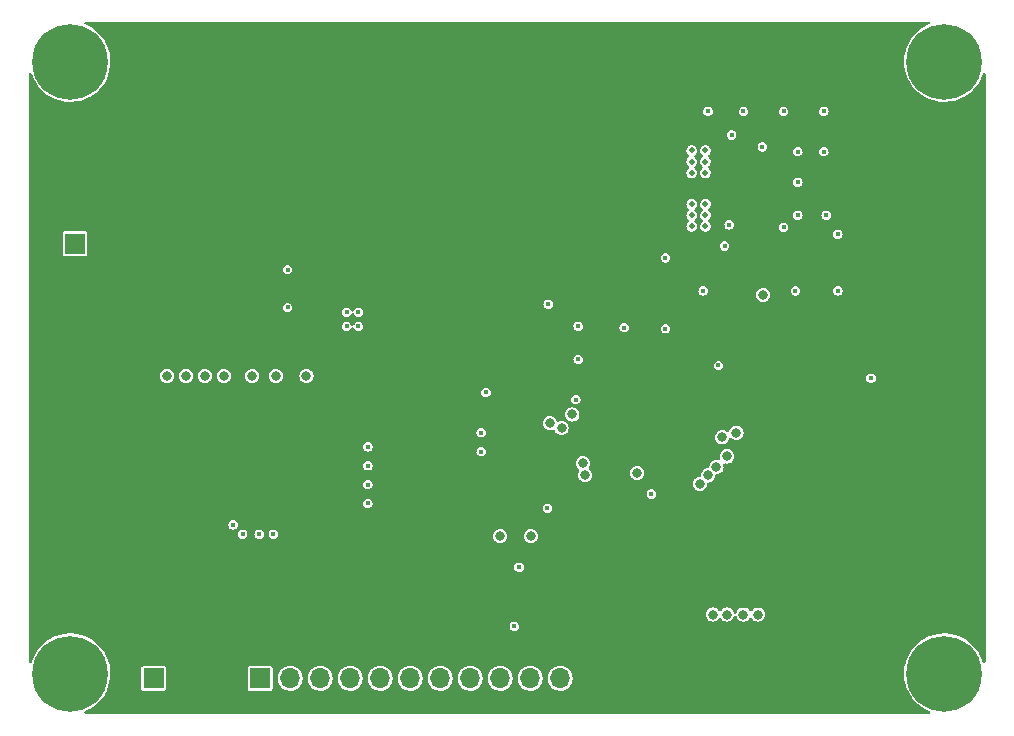
<source format=gbr>
%TF.GenerationSoftware,KiCad,Pcbnew,6.0.6-3a73a75311~116~ubuntu20.04.1*%
%TF.CreationDate,2022-09-22T10:05:31+01:00*%
%TF.ProjectId,UFOMothership,55464f4d-6f74-4686-9572-736869702e6b,rev?*%
%TF.SameCoordinates,Original*%
%TF.FileFunction,Copper,L2,Inr*%
%TF.FilePolarity,Positive*%
%FSLAX46Y46*%
G04 Gerber Fmt 4.6, Leading zero omitted, Abs format (unit mm)*
G04 Created by KiCad (PCBNEW 6.0.6-3a73a75311~116~ubuntu20.04.1) date 2022-09-22 10:05:31*
%MOMM*%
%LPD*%
G01*
G04 APERTURE LIST*
%TA.AperFunction,ComponentPad*%
%ADD10C,0.800000*%
%TD*%
%TA.AperFunction,ComponentPad*%
%ADD11C,6.400000*%
%TD*%
%TA.AperFunction,ComponentPad*%
%ADD12R,1.700000X1.700000*%
%TD*%
%TA.AperFunction,ComponentPad*%
%ADD13O,1.700000X1.700000*%
%TD*%
%TA.AperFunction,ComponentPad*%
%ADD14C,0.970000*%
%TD*%
%TA.AperFunction,ComponentPad*%
%ADD15C,0.500000*%
%TD*%
%TA.AperFunction,ViaPad*%
%ADD16C,0.400000*%
%TD*%
%TA.AperFunction,ViaPad*%
%ADD17C,0.800000*%
%TD*%
G04 APERTURE END LIST*
D10*
%TO.N,N/C*%
%TO.C,REF\u002A\u002A*%
X206200000Y-110600000D03*
D11*
X206200000Y-108200000D03*
D10*
X207897056Y-106502944D03*
X204502944Y-106502944D03*
X207897056Y-109897056D03*
X204502944Y-109897056D03*
X203800000Y-108200000D03*
X206200000Y-105800000D03*
X208600000Y-108200000D03*
%TD*%
D11*
%TO.N,N/C*%
%TO.C,REF\u002A\u002A*%
X206200000Y-56400000D03*
D10*
X207897056Y-54702944D03*
X204502944Y-58097056D03*
X207897056Y-58097056D03*
X208600000Y-56400000D03*
X206200000Y-58800000D03*
X206200000Y-54000000D03*
X204502944Y-54702944D03*
X203800000Y-56400000D03*
%TD*%
D12*
%TO.N,+5V*%
%TO.C,J6*%
X139260000Y-108600000D03*
D13*
%TO.N,GND*%
X141800000Y-108600000D03*
%TD*%
D14*
%TO.N,GND*%
%TO.C,J4*%
X204680000Y-70292500D03*
X204680000Y-63307500D03*
%TD*%
D10*
%TO.N,N/C*%
%TO.C,REF\u002A\u002A*%
X130502944Y-106502944D03*
X130502944Y-109897056D03*
X134600000Y-108200000D03*
X133897056Y-106502944D03*
X132200000Y-105800000D03*
X133897056Y-109897056D03*
D11*
X132200000Y-108200000D03*
D10*
X132200000Y-110600000D03*
X129800000Y-108200000D03*
%TD*%
D15*
%TO.N,GND*%
%TO.C,U3*%
X180800000Y-86512500D03*
X184100000Y-85412500D03*
X179700000Y-82112500D03*
X178600000Y-82112500D03*
X184100000Y-86512500D03*
X183000000Y-82112500D03*
X180800000Y-87612500D03*
X184100000Y-82112500D03*
X183000000Y-87612500D03*
X184100000Y-84312500D03*
X183000000Y-85412500D03*
X184100000Y-87612500D03*
X178600000Y-85412500D03*
X178600000Y-86512500D03*
X178600000Y-83212500D03*
X179700000Y-84312500D03*
X181900000Y-87612500D03*
X181900000Y-86512500D03*
X179700000Y-86512500D03*
X180800000Y-83212500D03*
X181900000Y-83212500D03*
X178600000Y-87612500D03*
X180800000Y-84312500D03*
X181900000Y-85412500D03*
X180800000Y-82112500D03*
X180800000Y-85412500D03*
X179700000Y-83212500D03*
X181900000Y-84312500D03*
X179700000Y-87612500D03*
X179700000Y-85412500D03*
X183000000Y-86512500D03*
X183000000Y-83212500D03*
X184100000Y-83212500D03*
X181900000Y-82112500D03*
X183000000Y-84312500D03*
X178600000Y-84312500D03*
%TD*%
D12*
%TO.N,/GPIO0*%
%TO.C,J2*%
X148280000Y-108600000D03*
D13*
%TO.N,/GPIO1*%
X150820000Y-108600000D03*
%TO.N,/GPIO2*%
X153360000Y-108600000D03*
%TO.N,/GPIO3*%
X155900000Y-108600000D03*
%TO.N,/GPIO4*%
X158440000Y-108600000D03*
%TO.N,/GPIO5*%
X160980000Y-108600000D03*
%TO.N,/GPIO6*%
X163520000Y-108600000D03*
%TO.N,/GPIO7*%
X166060000Y-108600000D03*
%TO.N,/SCL*%
X168600000Y-108600000D03*
%TO.N,/SDA*%
X171140000Y-108600000D03*
%TO.N,/TRIGGER_IN*%
X173680000Y-108600000D03*
%TO.N,GND*%
X176220000Y-108600000D03*
%TD*%
D10*
%TO.N,N/C*%
%TO.C,REF\u002A\u002A*%
X130502944Y-54702944D03*
X132200000Y-58800000D03*
X134600000Y-56400000D03*
X133897056Y-58097056D03*
D11*
X132200000Y-56400000D03*
D10*
X133897056Y-54702944D03*
X132200000Y-54000000D03*
X129800000Y-56400000D03*
X130502944Y-58097056D03*
%TD*%
D12*
%TO.N,+VDC*%
%TO.C,J1*%
X132600000Y-71800000D03*
D13*
%TO.N,GND*%
X132600000Y-74340000D03*
%TD*%
D15*
%TO.N,/BIAS*%
%TO.C,U9*%
X184825000Y-70340000D03*
X185975000Y-68460000D03*
X184825000Y-68460000D03*
X184825000Y-69400000D03*
X185975000Y-70340000D03*
X185975000Y-69400000D03*
%TD*%
D14*
%TO.N,GND*%
%TO.C,J3*%
X204680000Y-96200000D03*
X204680000Y-89215000D03*
%TD*%
D15*
%TO.N,/BIAS*%
%TO.C,U8*%
X185974999Y-63910001D03*
X185974999Y-64850001D03*
X184824999Y-65790001D03*
X185974999Y-65790001D03*
X184824999Y-64850001D03*
X184824999Y-63910001D03*
%TD*%
D16*
%TO.N,+3.3V*%
X175200000Y-78800000D03*
X175200000Y-81600000D03*
X175000000Y-85000000D03*
%TO.N,GND*%
X149200000Y-74600000D03*
X145000000Y-74600000D03*
X147200000Y-74000000D03*
X142200000Y-74000000D03*
X142200000Y-76400000D03*
X144400000Y-78600000D03*
X142200000Y-78600000D03*
X140600000Y-77400000D03*
X140600000Y-75600000D03*
X140600000Y-72600000D03*
X145000000Y-72600000D03*
X149200000Y-72600000D03*
X154400000Y-75600000D03*
X154400000Y-72800000D03*
X202600000Y-96400000D03*
X204200000Y-99000000D03*
X208200000Y-99000000D03*
X201600000Y-91600000D03*
X203800000Y-91600000D03*
X195400000Y-90000000D03*
X196400000Y-93200000D03*
X199200000Y-94000000D03*
X201600000Y-94000000D03*
X203800000Y-94000000D03*
X208600000Y-85400000D03*
X208600000Y-81000000D03*
X208600000Y-77000000D03*
X208600000Y-73200000D03*
X203800000Y-72400000D03*
X203800000Y-75000000D03*
X203000000Y-78600000D03*
X200800000Y-81000000D03*
X195200000Y-81800000D03*
X197800000Y-79800000D03*
X200200000Y-77800000D03*
X201800000Y-75000000D03*
X201800000Y-72400000D03*
X201800000Y-70200000D03*
X203400000Y-89800000D03*
X203400000Y-87200000D03*
X203400000Y-84600000D03*
X203400000Y-83000000D03*
%TO.N,+3.3V*%
X169800000Y-104200000D03*
X170200000Y-99200000D03*
X181400000Y-93000000D03*
X172600000Y-94200000D03*
%TO.N,GND*%
X185400000Y-104200000D03*
X184800000Y-100600000D03*
X192400000Y-95200000D03*
X194000000Y-92000000D03*
X171200000Y-78600000D03*
X183400000Y-62200000D03*
%TO.N,+VDC*%
X182600000Y-73000000D03*
%TO.N,GND*%
X195400000Y-74400000D03*
X179400000Y-69000000D03*
X179400000Y-65400000D03*
%TO.N,/BIAS*%
X187600000Y-72000000D03*
X188000000Y-70200000D03*
%TO.N,GND*%
X190000000Y-71800000D03*
X190000000Y-70400000D03*
X183800000Y-72000000D03*
X183400000Y-76200000D03*
X180000000Y-76200000D03*
X177000000Y-76200000D03*
X170000000Y-77400000D03*
%TO.N,+5V*%
X200000000Y-83200000D03*
%TO.N,GND*%
X189800000Y-87000000D03*
X190800000Y-84000000D03*
X190800000Y-80200000D03*
X190800000Y-82000000D03*
%TO.N,+3.3V*%
X187087500Y-82112500D03*
X179100000Y-78900000D03*
X182600000Y-79000000D03*
X172675000Y-76925000D03*
%TO.N,/BIAS*%
X192600000Y-70400000D03*
X190800000Y-63600000D03*
X188200000Y-62600000D03*
X185800000Y-75800000D03*
X193600000Y-75800000D03*
X197200000Y-75800000D03*
X197200000Y-71000000D03*
X196200000Y-69400000D03*
X193800000Y-69400000D03*
X193800000Y-66600000D03*
X193800000Y-64000000D03*
X196000000Y-64000000D03*
X196000000Y-60600000D03*
X192600000Y-60600000D03*
X189200000Y-60600000D03*
X186200000Y-60600000D03*
%TO.N,GND*%
X170200000Y-79800000D03*
X163000000Y-85600000D03*
X161400000Y-85600000D03*
X159800000Y-85600000D03*
X158600000Y-85600000D03*
%TO.N,+3.3V*%
X167400000Y-84400000D03*
X167000000Y-87800000D03*
X167000000Y-89400000D03*
%TO.N,+5V*%
X146000000Y-95600000D03*
X146800000Y-96400000D03*
X148200000Y-96400000D03*
X149400000Y-96400000D03*
%TO.N,+3.3V*%
X157400000Y-93800000D03*
X157400000Y-92200000D03*
X157400000Y-90600000D03*
X157400000Y-89000000D03*
%TO.N,GND*%
X146000000Y-89800000D03*
X147200000Y-88200000D03*
X144800000Y-88200000D03*
X143600000Y-89800000D03*
X143600000Y-94400000D03*
X143600000Y-92000000D03*
%TO.N,+VDC*%
X155600000Y-78800000D03*
X155600000Y-77600000D03*
X156600000Y-78800000D03*
X156600000Y-77600000D03*
%TO.N,GND*%
X152800000Y-80600000D03*
X152800000Y-79600000D03*
X150600000Y-79400000D03*
X147600000Y-79400000D03*
X148600000Y-79400000D03*
X149600000Y-79400000D03*
X151600000Y-81000000D03*
X150600000Y-81000000D03*
X149600000Y-81000000D03*
X148600000Y-81000000D03*
X147600000Y-81000000D03*
X146400000Y-80200000D03*
X147600000Y-80200000D03*
X148600000Y-80200000D03*
X149600000Y-80200000D03*
X150600000Y-80200000D03*
X151600000Y-80200000D03*
X151600000Y-79400000D03*
%TO.N,Net-(C3-Pad2)*%
X150600000Y-77200000D03*
X150600000Y-74000000D03*
D17*
%TO.N,+VDC*%
X190862501Y-76137499D03*
%TO.N,+5V*%
X140400000Y-83000000D03*
X142000000Y-83000000D03*
X143600000Y-83000000D03*
X145200000Y-83000000D03*
X147600000Y-83000000D03*
X149600000Y-83000000D03*
X152200000Y-83000000D03*
%TO.N,/SDA*%
X174713357Y-86264160D03*
X173800000Y-87400000D03*
X171200000Y-96574001D03*
%TO.N,/SCL*%
X172800000Y-87000000D03*
X168600000Y-96574001D03*
%TO.N,/GPIO0*%
X175600000Y-90400000D03*
X187400000Y-88200000D03*
%TO.N,/GPIO1*%
X188600000Y-87800000D03*
X175800000Y-91400000D03*
%TO.N,Net-(R5-Pad2)*%
X180211829Y-91212770D03*
%TO.N,TDO*%
X187812299Y-89812299D03*
X190400000Y-103200000D03*
%TO.N,TDI*%
X186912299Y-90712299D03*
X189200000Y-103200000D03*
%TO.N,TMS*%
X185498789Y-92125809D03*
X186600000Y-103200000D03*
%TO.N,TCK*%
X186205544Y-91419054D03*
X187800000Y-103200000D03*
%TD*%
%TA.AperFunction,Conductor*%
%TO.N,GND*%
G36*
X204945909Y-53020502D02*
G01*
X204992402Y-53074158D01*
X205002506Y-53144432D01*
X204973012Y-53209012D01*
X204930439Y-53240972D01*
X204611723Y-53387565D01*
X204608789Y-53389321D01*
X204608787Y-53389322D01*
X204514763Y-53445594D01*
X204295672Y-53576718D01*
X204001898Y-53798897D01*
X203733837Y-54051505D01*
X203494626Y-54331585D01*
X203492698Y-54334412D01*
X203492696Y-54334414D01*
X203486251Y-54343862D01*
X203287062Y-54635862D01*
X203113574Y-54960776D01*
X203112299Y-54963948D01*
X203112297Y-54963952D01*
X203109240Y-54971558D01*
X202976192Y-55302526D01*
X202975273Y-55305794D01*
X202975271Y-55305801D01*
X202922387Y-55493942D01*
X202876521Y-55657115D01*
X202875959Y-55660472D01*
X202875959Y-55660473D01*
X202874015Y-55672093D01*
X202815729Y-56020393D01*
X202794527Y-56388113D01*
X202813162Y-56755971D01*
X202813699Y-56759326D01*
X202813700Y-56759332D01*
X202854038Y-57011170D01*
X202871416Y-57119665D01*
X202968608Y-57474941D01*
X203103602Y-57817642D01*
X203274817Y-58143759D01*
X203276718Y-58146588D01*
X203276724Y-58146598D01*
X203461707Y-58421879D01*
X203480252Y-58449477D01*
X203717502Y-58731221D01*
X203820006Y-58829176D01*
X203981329Y-58983341D01*
X203981336Y-58983347D01*
X203983792Y-58985694D01*
X204276008Y-59209919D01*
X204590731Y-59401274D01*
X204924279Y-59557519D01*
X204927497Y-59558621D01*
X204927500Y-59558622D01*
X205269528Y-59675725D01*
X205269536Y-59675727D01*
X205272751Y-59676828D01*
X205632070Y-59757804D01*
X205715002Y-59767253D01*
X205994650Y-59799115D01*
X205994658Y-59799115D01*
X205998033Y-59799500D01*
X206001437Y-59799518D01*
X206001440Y-59799518D01*
X206201074Y-59800563D01*
X206366358Y-59801428D01*
X206369744Y-59801078D01*
X206369746Y-59801078D01*
X206729345Y-59763918D01*
X206729354Y-59763917D01*
X206732737Y-59763567D01*
X206736070Y-59762853D01*
X206736073Y-59762852D01*
X206913488Y-59724817D01*
X207092884Y-59686358D01*
X207442586Y-59570705D01*
X207777752Y-59417961D01*
X207874965Y-59360240D01*
X208091516Y-59231662D01*
X208091521Y-59231659D01*
X208094461Y-59229913D01*
X208121091Y-59209919D01*
X208386276Y-59010812D01*
X208389009Y-59008760D01*
X208657950Y-58757089D01*
X208898138Y-58477846D01*
X208915838Y-58452093D01*
X209104831Y-58177104D01*
X209106762Y-58174295D01*
X209108374Y-58171301D01*
X209108379Y-58171293D01*
X209279761Y-57853001D01*
X209281383Y-57849989D01*
X209419958Y-57508720D01*
X209452321Y-57395108D01*
X209490220Y-57335074D01*
X209554559Y-57305059D01*
X209624913Y-57314593D01*
X209678943Y-57360651D01*
X209699500Y-57429627D01*
X209699500Y-107168325D01*
X209679498Y-107236446D01*
X209625842Y-107282939D01*
X209555568Y-107293043D01*
X209490988Y-107263549D01*
X209452083Y-107201997D01*
X209427620Y-107113786D01*
X209424443Y-107105801D01*
X209292690Y-106774722D01*
X209291431Y-106771558D01*
X209261358Y-106714760D01*
X209120677Y-106449060D01*
X209120673Y-106449053D01*
X209119078Y-106446041D01*
X208912578Y-106141041D01*
X208674346Y-105860128D01*
X208407168Y-105606586D01*
X208114172Y-105383382D01*
X208111260Y-105381625D01*
X208111255Y-105381622D01*
X207801705Y-105194889D01*
X207801696Y-105194884D01*
X207798783Y-105193127D01*
X207795693Y-105191693D01*
X207795688Y-105191690D01*
X207631737Y-105115587D01*
X207464691Y-105038047D01*
X207461466Y-105036955D01*
X207461460Y-105036953D01*
X207119032Y-104921048D01*
X207119027Y-104921047D01*
X207115805Y-104919956D01*
X206881920Y-104868104D01*
X206759536Y-104840972D01*
X206759532Y-104840971D01*
X206756206Y-104840234D01*
X206606624Y-104823720D01*
X206393482Y-104800189D01*
X206393475Y-104800189D01*
X206390100Y-104799816D01*
X206386701Y-104799810D01*
X206386700Y-104799810D01*
X206212980Y-104799507D01*
X206021770Y-104799173D01*
X205884556Y-104813837D01*
X205658910Y-104837951D01*
X205658904Y-104837952D01*
X205655526Y-104838313D01*
X205295650Y-104916779D01*
X204946354Y-105033652D01*
X204943261Y-105035075D01*
X204943260Y-105035075D01*
X204933674Y-105039484D01*
X204611723Y-105187565D01*
X204608789Y-105189321D01*
X204608787Y-105189322D01*
X204514763Y-105245594D01*
X204295672Y-105376718D01*
X204001898Y-105598897D01*
X203733837Y-105851505D01*
X203494626Y-106131585D01*
X203492698Y-106134412D01*
X203492696Y-106134414D01*
X203486251Y-106143862D01*
X203287062Y-106435862D01*
X203113574Y-106760776D01*
X203112299Y-106763948D01*
X203112297Y-106763952D01*
X203109240Y-106771558D01*
X202976192Y-107102526D01*
X202975273Y-107105794D01*
X202975271Y-107105801D01*
X202922387Y-107293942D01*
X202876521Y-107457115D01*
X202875959Y-107460472D01*
X202875959Y-107460473D01*
X202832203Y-107721951D01*
X202815729Y-107820393D01*
X202794527Y-108188113D01*
X202813162Y-108555971D01*
X202813699Y-108559326D01*
X202813700Y-108559332D01*
X202824935Y-108629474D01*
X202871416Y-108919665D01*
X202968608Y-109274941D01*
X203047735Y-109475816D01*
X203084521Y-109569201D01*
X203103602Y-109617642D01*
X203274817Y-109943759D01*
X203276718Y-109946588D01*
X203276724Y-109946598D01*
X203461707Y-110221879D01*
X203480252Y-110249477D01*
X203717502Y-110531221D01*
X203820006Y-110629176D01*
X203981329Y-110783341D01*
X203981336Y-110783347D01*
X203983792Y-110785694D01*
X204276008Y-111009919D01*
X204590731Y-111201274D01*
X204922976Y-111356908D01*
X204922975Y-111356908D01*
X204924279Y-111357519D01*
X204924135Y-111357826D01*
X204978347Y-111400737D01*
X205001357Y-111467901D01*
X204984401Y-111536843D01*
X204932864Y-111585675D01*
X204875481Y-111599500D01*
X133520861Y-111599500D01*
X133452740Y-111579498D01*
X133406247Y-111525842D01*
X133396143Y-111455568D01*
X133425637Y-111390988D01*
X133468610Y-111358845D01*
X133471520Y-111357519D01*
X133777752Y-111217961D01*
X133874965Y-111160240D01*
X134091516Y-111031662D01*
X134091521Y-111031659D01*
X134094461Y-111029913D01*
X134121091Y-111009919D01*
X134386276Y-110810812D01*
X134389009Y-110808760D01*
X134657950Y-110557089D01*
X134898138Y-110277846D01*
X134915838Y-110252093D01*
X135104831Y-109977104D01*
X135106762Y-109974295D01*
X135108374Y-109971301D01*
X135108379Y-109971293D01*
X135279761Y-109653001D01*
X135281383Y-109649989D01*
X135354571Y-109469748D01*
X138209500Y-109469748D01*
X138210707Y-109475816D01*
X138214331Y-109494033D01*
X138221133Y-109528231D01*
X138265448Y-109594552D01*
X138331769Y-109638867D01*
X138343938Y-109641288D01*
X138343939Y-109641288D01*
X138371766Y-109646823D01*
X138390252Y-109650500D01*
X140129748Y-109650500D01*
X140148234Y-109646823D01*
X140176061Y-109641288D01*
X140176062Y-109641288D01*
X140188231Y-109638867D01*
X140254552Y-109594552D01*
X140298867Y-109528231D01*
X140305670Y-109494033D01*
X140309293Y-109475816D01*
X140310500Y-109469748D01*
X147229500Y-109469748D01*
X147230707Y-109475816D01*
X147234331Y-109494033D01*
X147241133Y-109528231D01*
X147285448Y-109594552D01*
X147351769Y-109638867D01*
X147363938Y-109641288D01*
X147363939Y-109641288D01*
X147391766Y-109646823D01*
X147410252Y-109650500D01*
X149149748Y-109650500D01*
X149168234Y-109646823D01*
X149196061Y-109641288D01*
X149196062Y-109641288D01*
X149208231Y-109638867D01*
X149274552Y-109594552D01*
X149318867Y-109528231D01*
X149325670Y-109494033D01*
X149329293Y-109475816D01*
X149330500Y-109469748D01*
X149330500Y-108585262D01*
X149764520Y-108585262D01*
X149781759Y-108790553D01*
X149783458Y-108796478D01*
X149827804Y-108951130D01*
X149838544Y-108988586D01*
X149841359Y-108994063D01*
X149841360Y-108994066D01*
X149900050Y-109108265D01*
X149932712Y-109171818D01*
X150060677Y-109333270D01*
X150217564Y-109466791D01*
X150397398Y-109567297D01*
X150481280Y-109594552D01*
X150587471Y-109629056D01*
X150587475Y-109629057D01*
X150593329Y-109630959D01*
X150797894Y-109655351D01*
X150804029Y-109654879D01*
X150804031Y-109654879D01*
X150876625Y-109649293D01*
X151003300Y-109639546D01*
X151009230Y-109637890D01*
X151009232Y-109637890D01*
X151195797Y-109585800D01*
X151195796Y-109585800D01*
X151201725Y-109584145D01*
X151207214Y-109581372D01*
X151207220Y-109581370D01*
X151380116Y-109494033D01*
X151385610Y-109491258D01*
X151547951Y-109364424D01*
X151593313Y-109311872D01*
X151678540Y-109213134D01*
X151678540Y-109213133D01*
X151682564Y-109208472D01*
X151687528Y-109199735D01*
X151735895Y-109114593D01*
X151784323Y-109029344D01*
X151849351Y-108833863D01*
X151875171Y-108629474D01*
X151875583Y-108600000D01*
X151874138Y-108585262D01*
X152304520Y-108585262D01*
X152321759Y-108790553D01*
X152323458Y-108796478D01*
X152367804Y-108951130D01*
X152378544Y-108988586D01*
X152381359Y-108994063D01*
X152381360Y-108994066D01*
X152440050Y-109108265D01*
X152472712Y-109171818D01*
X152600677Y-109333270D01*
X152757564Y-109466791D01*
X152937398Y-109567297D01*
X153021280Y-109594552D01*
X153127471Y-109629056D01*
X153127475Y-109629057D01*
X153133329Y-109630959D01*
X153337894Y-109655351D01*
X153344029Y-109654879D01*
X153344031Y-109654879D01*
X153416625Y-109649293D01*
X153543300Y-109639546D01*
X153549230Y-109637890D01*
X153549232Y-109637890D01*
X153735797Y-109585800D01*
X153735796Y-109585800D01*
X153741725Y-109584145D01*
X153747214Y-109581372D01*
X153747220Y-109581370D01*
X153920116Y-109494033D01*
X153925610Y-109491258D01*
X154087951Y-109364424D01*
X154133313Y-109311872D01*
X154218540Y-109213134D01*
X154218540Y-109213133D01*
X154222564Y-109208472D01*
X154227528Y-109199735D01*
X154275895Y-109114593D01*
X154324323Y-109029344D01*
X154389351Y-108833863D01*
X154415171Y-108629474D01*
X154415583Y-108600000D01*
X154414138Y-108585262D01*
X154844520Y-108585262D01*
X154861759Y-108790553D01*
X154863458Y-108796478D01*
X154907804Y-108951130D01*
X154918544Y-108988586D01*
X154921359Y-108994063D01*
X154921360Y-108994066D01*
X154980050Y-109108265D01*
X155012712Y-109171818D01*
X155140677Y-109333270D01*
X155297564Y-109466791D01*
X155477398Y-109567297D01*
X155561280Y-109594552D01*
X155667471Y-109629056D01*
X155667475Y-109629057D01*
X155673329Y-109630959D01*
X155877894Y-109655351D01*
X155884029Y-109654879D01*
X155884031Y-109654879D01*
X155956625Y-109649293D01*
X156083300Y-109639546D01*
X156089230Y-109637890D01*
X156089232Y-109637890D01*
X156275797Y-109585800D01*
X156275796Y-109585800D01*
X156281725Y-109584145D01*
X156287214Y-109581372D01*
X156287220Y-109581370D01*
X156460116Y-109494033D01*
X156465610Y-109491258D01*
X156627951Y-109364424D01*
X156673313Y-109311872D01*
X156758540Y-109213134D01*
X156758540Y-109213133D01*
X156762564Y-109208472D01*
X156767528Y-109199735D01*
X156815895Y-109114593D01*
X156864323Y-109029344D01*
X156929351Y-108833863D01*
X156955171Y-108629474D01*
X156955583Y-108600000D01*
X156954138Y-108585262D01*
X157384520Y-108585262D01*
X157401759Y-108790553D01*
X157403458Y-108796478D01*
X157447804Y-108951130D01*
X157458544Y-108988586D01*
X157461359Y-108994063D01*
X157461360Y-108994066D01*
X157520050Y-109108265D01*
X157552712Y-109171818D01*
X157680677Y-109333270D01*
X157837564Y-109466791D01*
X158017398Y-109567297D01*
X158101280Y-109594552D01*
X158207471Y-109629056D01*
X158207475Y-109629057D01*
X158213329Y-109630959D01*
X158417894Y-109655351D01*
X158424029Y-109654879D01*
X158424031Y-109654879D01*
X158496625Y-109649293D01*
X158623300Y-109639546D01*
X158629230Y-109637890D01*
X158629232Y-109637890D01*
X158815797Y-109585800D01*
X158815796Y-109585800D01*
X158821725Y-109584145D01*
X158827214Y-109581372D01*
X158827220Y-109581370D01*
X159000116Y-109494033D01*
X159005610Y-109491258D01*
X159167951Y-109364424D01*
X159213313Y-109311872D01*
X159298540Y-109213134D01*
X159298540Y-109213133D01*
X159302564Y-109208472D01*
X159307528Y-109199735D01*
X159355895Y-109114593D01*
X159404323Y-109029344D01*
X159469351Y-108833863D01*
X159495171Y-108629474D01*
X159495583Y-108600000D01*
X159494138Y-108585262D01*
X159924520Y-108585262D01*
X159941759Y-108790553D01*
X159943458Y-108796478D01*
X159987804Y-108951130D01*
X159998544Y-108988586D01*
X160001359Y-108994063D01*
X160001360Y-108994066D01*
X160060050Y-109108265D01*
X160092712Y-109171818D01*
X160220677Y-109333270D01*
X160377564Y-109466791D01*
X160557398Y-109567297D01*
X160641280Y-109594552D01*
X160747471Y-109629056D01*
X160747475Y-109629057D01*
X160753329Y-109630959D01*
X160957894Y-109655351D01*
X160964029Y-109654879D01*
X160964031Y-109654879D01*
X161036625Y-109649293D01*
X161163300Y-109639546D01*
X161169230Y-109637890D01*
X161169232Y-109637890D01*
X161355797Y-109585800D01*
X161355796Y-109585800D01*
X161361725Y-109584145D01*
X161367214Y-109581372D01*
X161367220Y-109581370D01*
X161540116Y-109494033D01*
X161545610Y-109491258D01*
X161707951Y-109364424D01*
X161753313Y-109311872D01*
X161838540Y-109213134D01*
X161838540Y-109213133D01*
X161842564Y-109208472D01*
X161847528Y-109199735D01*
X161895895Y-109114593D01*
X161944323Y-109029344D01*
X162009351Y-108833863D01*
X162035171Y-108629474D01*
X162035583Y-108600000D01*
X162034138Y-108585262D01*
X162464520Y-108585262D01*
X162481759Y-108790553D01*
X162483458Y-108796478D01*
X162527804Y-108951130D01*
X162538544Y-108988586D01*
X162541359Y-108994063D01*
X162541360Y-108994066D01*
X162600050Y-109108265D01*
X162632712Y-109171818D01*
X162760677Y-109333270D01*
X162917564Y-109466791D01*
X163097398Y-109567297D01*
X163181280Y-109594552D01*
X163287471Y-109629056D01*
X163287475Y-109629057D01*
X163293329Y-109630959D01*
X163497894Y-109655351D01*
X163504029Y-109654879D01*
X163504031Y-109654879D01*
X163576625Y-109649293D01*
X163703300Y-109639546D01*
X163709230Y-109637890D01*
X163709232Y-109637890D01*
X163895797Y-109585800D01*
X163895796Y-109585800D01*
X163901725Y-109584145D01*
X163907214Y-109581372D01*
X163907220Y-109581370D01*
X164080116Y-109494033D01*
X164085610Y-109491258D01*
X164247951Y-109364424D01*
X164293313Y-109311872D01*
X164378540Y-109213134D01*
X164378540Y-109213133D01*
X164382564Y-109208472D01*
X164387528Y-109199735D01*
X164435895Y-109114593D01*
X164484323Y-109029344D01*
X164549351Y-108833863D01*
X164575171Y-108629474D01*
X164575583Y-108600000D01*
X164574138Y-108585262D01*
X165004520Y-108585262D01*
X165021759Y-108790553D01*
X165023458Y-108796478D01*
X165067804Y-108951130D01*
X165078544Y-108988586D01*
X165081359Y-108994063D01*
X165081360Y-108994066D01*
X165140050Y-109108265D01*
X165172712Y-109171818D01*
X165300677Y-109333270D01*
X165457564Y-109466791D01*
X165637398Y-109567297D01*
X165721280Y-109594552D01*
X165827471Y-109629056D01*
X165827475Y-109629057D01*
X165833329Y-109630959D01*
X166037894Y-109655351D01*
X166044029Y-109654879D01*
X166044031Y-109654879D01*
X166116625Y-109649293D01*
X166243300Y-109639546D01*
X166249230Y-109637890D01*
X166249232Y-109637890D01*
X166435797Y-109585800D01*
X166435796Y-109585800D01*
X166441725Y-109584145D01*
X166447214Y-109581372D01*
X166447220Y-109581370D01*
X166620116Y-109494033D01*
X166625610Y-109491258D01*
X166787951Y-109364424D01*
X166833313Y-109311872D01*
X166918540Y-109213134D01*
X166918540Y-109213133D01*
X166922564Y-109208472D01*
X166927528Y-109199735D01*
X166975895Y-109114593D01*
X167024323Y-109029344D01*
X167089351Y-108833863D01*
X167115171Y-108629474D01*
X167115583Y-108600000D01*
X167114138Y-108585262D01*
X167544520Y-108585262D01*
X167561759Y-108790553D01*
X167563458Y-108796478D01*
X167607804Y-108951130D01*
X167618544Y-108988586D01*
X167621359Y-108994063D01*
X167621360Y-108994066D01*
X167680050Y-109108265D01*
X167712712Y-109171818D01*
X167840677Y-109333270D01*
X167997564Y-109466791D01*
X168177398Y-109567297D01*
X168261280Y-109594552D01*
X168367471Y-109629056D01*
X168367475Y-109629057D01*
X168373329Y-109630959D01*
X168577894Y-109655351D01*
X168584029Y-109654879D01*
X168584031Y-109654879D01*
X168656625Y-109649293D01*
X168783300Y-109639546D01*
X168789230Y-109637890D01*
X168789232Y-109637890D01*
X168975797Y-109585800D01*
X168975796Y-109585800D01*
X168981725Y-109584145D01*
X168987214Y-109581372D01*
X168987220Y-109581370D01*
X169160116Y-109494033D01*
X169165610Y-109491258D01*
X169327951Y-109364424D01*
X169373313Y-109311872D01*
X169458540Y-109213134D01*
X169458540Y-109213133D01*
X169462564Y-109208472D01*
X169467528Y-109199735D01*
X169515895Y-109114593D01*
X169564323Y-109029344D01*
X169629351Y-108833863D01*
X169655171Y-108629474D01*
X169655583Y-108600000D01*
X169654138Y-108585262D01*
X170084520Y-108585262D01*
X170101759Y-108790553D01*
X170103458Y-108796478D01*
X170147804Y-108951130D01*
X170158544Y-108988586D01*
X170161359Y-108994063D01*
X170161360Y-108994066D01*
X170220050Y-109108265D01*
X170252712Y-109171818D01*
X170380677Y-109333270D01*
X170537564Y-109466791D01*
X170717398Y-109567297D01*
X170801280Y-109594552D01*
X170907471Y-109629056D01*
X170907475Y-109629057D01*
X170913329Y-109630959D01*
X171117894Y-109655351D01*
X171124029Y-109654879D01*
X171124031Y-109654879D01*
X171196625Y-109649293D01*
X171323300Y-109639546D01*
X171329230Y-109637890D01*
X171329232Y-109637890D01*
X171515797Y-109585800D01*
X171515796Y-109585800D01*
X171521725Y-109584145D01*
X171527214Y-109581372D01*
X171527220Y-109581370D01*
X171700116Y-109494033D01*
X171705610Y-109491258D01*
X171867951Y-109364424D01*
X171913313Y-109311872D01*
X171998540Y-109213134D01*
X171998540Y-109213133D01*
X172002564Y-109208472D01*
X172007528Y-109199735D01*
X172055895Y-109114593D01*
X172104323Y-109029344D01*
X172169351Y-108833863D01*
X172195171Y-108629474D01*
X172195583Y-108600000D01*
X172194138Y-108585262D01*
X172624520Y-108585262D01*
X172641759Y-108790553D01*
X172643458Y-108796478D01*
X172687804Y-108951130D01*
X172698544Y-108988586D01*
X172701359Y-108994063D01*
X172701360Y-108994066D01*
X172760050Y-109108265D01*
X172792712Y-109171818D01*
X172920677Y-109333270D01*
X173077564Y-109466791D01*
X173257398Y-109567297D01*
X173341280Y-109594552D01*
X173447471Y-109629056D01*
X173447475Y-109629057D01*
X173453329Y-109630959D01*
X173657894Y-109655351D01*
X173664029Y-109654879D01*
X173664031Y-109654879D01*
X173736625Y-109649293D01*
X173863300Y-109639546D01*
X173869230Y-109637890D01*
X173869232Y-109637890D01*
X174055797Y-109585800D01*
X174055796Y-109585800D01*
X174061725Y-109584145D01*
X174067214Y-109581372D01*
X174067220Y-109581370D01*
X174240116Y-109494033D01*
X174245610Y-109491258D01*
X174407951Y-109364424D01*
X174453313Y-109311872D01*
X174538540Y-109213134D01*
X174538540Y-109213133D01*
X174542564Y-109208472D01*
X174547528Y-109199735D01*
X174595895Y-109114593D01*
X174644323Y-109029344D01*
X174709351Y-108833863D01*
X174735171Y-108629474D01*
X174735583Y-108600000D01*
X174715480Y-108394970D01*
X174655935Y-108197749D01*
X174559218Y-108015849D01*
X174485859Y-107925902D01*
X174432906Y-107860975D01*
X174432903Y-107860972D01*
X174429011Y-107856200D01*
X174411786Y-107841950D01*
X174275025Y-107728811D01*
X174275021Y-107728809D01*
X174270275Y-107724882D01*
X174089055Y-107626897D01*
X173892254Y-107565977D01*
X173886129Y-107565333D01*
X173886128Y-107565333D01*
X173693498Y-107545087D01*
X173693496Y-107545087D01*
X173687369Y-107544443D01*
X173600529Y-107552346D01*
X173488342Y-107562555D01*
X173488339Y-107562556D01*
X173482203Y-107563114D01*
X173284572Y-107621280D01*
X173102002Y-107716726D01*
X173097201Y-107720586D01*
X173097198Y-107720588D01*
X172954138Y-107835611D01*
X172941447Y-107845815D01*
X172809024Y-108003630D01*
X172806056Y-108009028D01*
X172806053Y-108009033D01*
X172799315Y-108021290D01*
X172709776Y-108184162D01*
X172647484Y-108380532D01*
X172646798Y-108386649D01*
X172646797Y-108386653D01*
X172628186Y-108552576D01*
X172624520Y-108585262D01*
X172194138Y-108585262D01*
X172175480Y-108394970D01*
X172115935Y-108197749D01*
X172019218Y-108015849D01*
X171945859Y-107925902D01*
X171892906Y-107860975D01*
X171892903Y-107860972D01*
X171889011Y-107856200D01*
X171871786Y-107841950D01*
X171735025Y-107728811D01*
X171735021Y-107728809D01*
X171730275Y-107724882D01*
X171549055Y-107626897D01*
X171352254Y-107565977D01*
X171346129Y-107565333D01*
X171346128Y-107565333D01*
X171153498Y-107545087D01*
X171153496Y-107545087D01*
X171147369Y-107544443D01*
X171060529Y-107552346D01*
X170948342Y-107562555D01*
X170948339Y-107562556D01*
X170942203Y-107563114D01*
X170744572Y-107621280D01*
X170562002Y-107716726D01*
X170557201Y-107720586D01*
X170557198Y-107720588D01*
X170414138Y-107835611D01*
X170401447Y-107845815D01*
X170269024Y-108003630D01*
X170266056Y-108009028D01*
X170266053Y-108009033D01*
X170259315Y-108021290D01*
X170169776Y-108184162D01*
X170107484Y-108380532D01*
X170106798Y-108386649D01*
X170106797Y-108386653D01*
X170088186Y-108552576D01*
X170084520Y-108585262D01*
X169654138Y-108585262D01*
X169635480Y-108394970D01*
X169575935Y-108197749D01*
X169479218Y-108015849D01*
X169405859Y-107925902D01*
X169352906Y-107860975D01*
X169352903Y-107860972D01*
X169349011Y-107856200D01*
X169331786Y-107841950D01*
X169195025Y-107728811D01*
X169195021Y-107728809D01*
X169190275Y-107724882D01*
X169009055Y-107626897D01*
X168812254Y-107565977D01*
X168806129Y-107565333D01*
X168806128Y-107565333D01*
X168613498Y-107545087D01*
X168613496Y-107545087D01*
X168607369Y-107544443D01*
X168520529Y-107552346D01*
X168408342Y-107562555D01*
X168408339Y-107562556D01*
X168402203Y-107563114D01*
X168204572Y-107621280D01*
X168022002Y-107716726D01*
X168017201Y-107720586D01*
X168017198Y-107720588D01*
X167874138Y-107835611D01*
X167861447Y-107845815D01*
X167729024Y-108003630D01*
X167726056Y-108009028D01*
X167726053Y-108009033D01*
X167719315Y-108021290D01*
X167629776Y-108184162D01*
X167567484Y-108380532D01*
X167566798Y-108386649D01*
X167566797Y-108386653D01*
X167548186Y-108552576D01*
X167544520Y-108585262D01*
X167114138Y-108585262D01*
X167095480Y-108394970D01*
X167035935Y-108197749D01*
X166939218Y-108015849D01*
X166865859Y-107925902D01*
X166812906Y-107860975D01*
X166812903Y-107860972D01*
X166809011Y-107856200D01*
X166791786Y-107841950D01*
X166655025Y-107728811D01*
X166655021Y-107728809D01*
X166650275Y-107724882D01*
X166469055Y-107626897D01*
X166272254Y-107565977D01*
X166266129Y-107565333D01*
X166266128Y-107565333D01*
X166073498Y-107545087D01*
X166073496Y-107545087D01*
X166067369Y-107544443D01*
X165980529Y-107552346D01*
X165868342Y-107562555D01*
X165868339Y-107562556D01*
X165862203Y-107563114D01*
X165664572Y-107621280D01*
X165482002Y-107716726D01*
X165477201Y-107720586D01*
X165477198Y-107720588D01*
X165334138Y-107835611D01*
X165321447Y-107845815D01*
X165189024Y-108003630D01*
X165186056Y-108009028D01*
X165186053Y-108009033D01*
X165179315Y-108021290D01*
X165089776Y-108184162D01*
X165027484Y-108380532D01*
X165026798Y-108386649D01*
X165026797Y-108386653D01*
X165008186Y-108552576D01*
X165004520Y-108585262D01*
X164574138Y-108585262D01*
X164555480Y-108394970D01*
X164495935Y-108197749D01*
X164399218Y-108015849D01*
X164325859Y-107925902D01*
X164272906Y-107860975D01*
X164272903Y-107860972D01*
X164269011Y-107856200D01*
X164251786Y-107841950D01*
X164115025Y-107728811D01*
X164115021Y-107728809D01*
X164110275Y-107724882D01*
X163929055Y-107626897D01*
X163732254Y-107565977D01*
X163726129Y-107565333D01*
X163726128Y-107565333D01*
X163533498Y-107545087D01*
X163533496Y-107545087D01*
X163527369Y-107544443D01*
X163440529Y-107552346D01*
X163328342Y-107562555D01*
X163328339Y-107562556D01*
X163322203Y-107563114D01*
X163124572Y-107621280D01*
X162942002Y-107716726D01*
X162937201Y-107720586D01*
X162937198Y-107720588D01*
X162794138Y-107835611D01*
X162781447Y-107845815D01*
X162649024Y-108003630D01*
X162646056Y-108009028D01*
X162646053Y-108009033D01*
X162639315Y-108021290D01*
X162549776Y-108184162D01*
X162487484Y-108380532D01*
X162486798Y-108386649D01*
X162486797Y-108386653D01*
X162468186Y-108552576D01*
X162464520Y-108585262D01*
X162034138Y-108585262D01*
X162015480Y-108394970D01*
X161955935Y-108197749D01*
X161859218Y-108015849D01*
X161785859Y-107925902D01*
X161732906Y-107860975D01*
X161732903Y-107860972D01*
X161729011Y-107856200D01*
X161711786Y-107841950D01*
X161575025Y-107728811D01*
X161575021Y-107728809D01*
X161570275Y-107724882D01*
X161389055Y-107626897D01*
X161192254Y-107565977D01*
X161186129Y-107565333D01*
X161186128Y-107565333D01*
X160993498Y-107545087D01*
X160993496Y-107545087D01*
X160987369Y-107544443D01*
X160900529Y-107552346D01*
X160788342Y-107562555D01*
X160788339Y-107562556D01*
X160782203Y-107563114D01*
X160584572Y-107621280D01*
X160402002Y-107716726D01*
X160397201Y-107720586D01*
X160397198Y-107720588D01*
X160254138Y-107835611D01*
X160241447Y-107845815D01*
X160109024Y-108003630D01*
X160106056Y-108009028D01*
X160106053Y-108009033D01*
X160099315Y-108021290D01*
X160009776Y-108184162D01*
X159947484Y-108380532D01*
X159946798Y-108386649D01*
X159946797Y-108386653D01*
X159928186Y-108552576D01*
X159924520Y-108585262D01*
X159494138Y-108585262D01*
X159475480Y-108394970D01*
X159415935Y-108197749D01*
X159319218Y-108015849D01*
X159245859Y-107925902D01*
X159192906Y-107860975D01*
X159192903Y-107860972D01*
X159189011Y-107856200D01*
X159171786Y-107841950D01*
X159035025Y-107728811D01*
X159035021Y-107728809D01*
X159030275Y-107724882D01*
X158849055Y-107626897D01*
X158652254Y-107565977D01*
X158646129Y-107565333D01*
X158646128Y-107565333D01*
X158453498Y-107545087D01*
X158453496Y-107545087D01*
X158447369Y-107544443D01*
X158360529Y-107552346D01*
X158248342Y-107562555D01*
X158248339Y-107562556D01*
X158242203Y-107563114D01*
X158044572Y-107621280D01*
X157862002Y-107716726D01*
X157857201Y-107720586D01*
X157857198Y-107720588D01*
X157714138Y-107835611D01*
X157701447Y-107845815D01*
X157569024Y-108003630D01*
X157566056Y-108009028D01*
X157566053Y-108009033D01*
X157559315Y-108021290D01*
X157469776Y-108184162D01*
X157407484Y-108380532D01*
X157406798Y-108386649D01*
X157406797Y-108386653D01*
X157388186Y-108552576D01*
X157384520Y-108585262D01*
X156954138Y-108585262D01*
X156935480Y-108394970D01*
X156875935Y-108197749D01*
X156779218Y-108015849D01*
X156705859Y-107925902D01*
X156652906Y-107860975D01*
X156652903Y-107860972D01*
X156649011Y-107856200D01*
X156631786Y-107841950D01*
X156495025Y-107728811D01*
X156495021Y-107728809D01*
X156490275Y-107724882D01*
X156309055Y-107626897D01*
X156112254Y-107565977D01*
X156106129Y-107565333D01*
X156106128Y-107565333D01*
X155913498Y-107545087D01*
X155913496Y-107545087D01*
X155907369Y-107544443D01*
X155820529Y-107552346D01*
X155708342Y-107562555D01*
X155708339Y-107562556D01*
X155702203Y-107563114D01*
X155504572Y-107621280D01*
X155322002Y-107716726D01*
X155317201Y-107720586D01*
X155317198Y-107720588D01*
X155174138Y-107835611D01*
X155161447Y-107845815D01*
X155029024Y-108003630D01*
X155026056Y-108009028D01*
X155026053Y-108009033D01*
X155019315Y-108021290D01*
X154929776Y-108184162D01*
X154867484Y-108380532D01*
X154866798Y-108386649D01*
X154866797Y-108386653D01*
X154848186Y-108552576D01*
X154844520Y-108585262D01*
X154414138Y-108585262D01*
X154395480Y-108394970D01*
X154335935Y-108197749D01*
X154239218Y-108015849D01*
X154165859Y-107925902D01*
X154112906Y-107860975D01*
X154112903Y-107860972D01*
X154109011Y-107856200D01*
X154091786Y-107841950D01*
X153955025Y-107728811D01*
X153955021Y-107728809D01*
X153950275Y-107724882D01*
X153769055Y-107626897D01*
X153572254Y-107565977D01*
X153566129Y-107565333D01*
X153566128Y-107565333D01*
X153373498Y-107545087D01*
X153373496Y-107545087D01*
X153367369Y-107544443D01*
X153280529Y-107552346D01*
X153168342Y-107562555D01*
X153168339Y-107562556D01*
X153162203Y-107563114D01*
X152964572Y-107621280D01*
X152782002Y-107716726D01*
X152777201Y-107720586D01*
X152777198Y-107720588D01*
X152634138Y-107835611D01*
X152621447Y-107845815D01*
X152489024Y-108003630D01*
X152486056Y-108009028D01*
X152486053Y-108009033D01*
X152479315Y-108021290D01*
X152389776Y-108184162D01*
X152327484Y-108380532D01*
X152326798Y-108386649D01*
X152326797Y-108386653D01*
X152308186Y-108552576D01*
X152304520Y-108585262D01*
X151874138Y-108585262D01*
X151855480Y-108394970D01*
X151795935Y-108197749D01*
X151699218Y-108015849D01*
X151625859Y-107925902D01*
X151572906Y-107860975D01*
X151572903Y-107860972D01*
X151569011Y-107856200D01*
X151551786Y-107841950D01*
X151415025Y-107728811D01*
X151415021Y-107728809D01*
X151410275Y-107724882D01*
X151229055Y-107626897D01*
X151032254Y-107565977D01*
X151026129Y-107565333D01*
X151026128Y-107565333D01*
X150833498Y-107545087D01*
X150833496Y-107545087D01*
X150827369Y-107544443D01*
X150740529Y-107552346D01*
X150628342Y-107562555D01*
X150628339Y-107562556D01*
X150622203Y-107563114D01*
X150424572Y-107621280D01*
X150242002Y-107716726D01*
X150237201Y-107720586D01*
X150237198Y-107720588D01*
X150094138Y-107835611D01*
X150081447Y-107845815D01*
X149949024Y-108003630D01*
X149946056Y-108009028D01*
X149946053Y-108009033D01*
X149939315Y-108021290D01*
X149849776Y-108184162D01*
X149787484Y-108380532D01*
X149786798Y-108386649D01*
X149786797Y-108386653D01*
X149768186Y-108552576D01*
X149764520Y-108585262D01*
X149330500Y-108585262D01*
X149330500Y-107730252D01*
X149318867Y-107671769D01*
X149274552Y-107605448D01*
X149208231Y-107561133D01*
X149196062Y-107558712D01*
X149196061Y-107558712D01*
X149155816Y-107550707D01*
X149149748Y-107549500D01*
X147410252Y-107549500D01*
X147404184Y-107550707D01*
X147363939Y-107558712D01*
X147363938Y-107558712D01*
X147351769Y-107561133D01*
X147285448Y-107605448D01*
X147241133Y-107671769D01*
X147229500Y-107730252D01*
X147229500Y-109469748D01*
X140310500Y-109469748D01*
X140310500Y-107730252D01*
X140298867Y-107671769D01*
X140254552Y-107605448D01*
X140188231Y-107561133D01*
X140176062Y-107558712D01*
X140176061Y-107558712D01*
X140135816Y-107550707D01*
X140129748Y-107549500D01*
X138390252Y-107549500D01*
X138384184Y-107550707D01*
X138343939Y-107558712D01*
X138343938Y-107558712D01*
X138331769Y-107561133D01*
X138265448Y-107605448D01*
X138221133Y-107671769D01*
X138209500Y-107730252D01*
X138209500Y-109469748D01*
X135354571Y-109469748D01*
X135419958Y-109308720D01*
X135520865Y-108954482D01*
X135576420Y-108629474D01*
X135582353Y-108594765D01*
X135582353Y-108594763D01*
X135582925Y-108591418D01*
X135583677Y-108579137D01*
X135605301Y-108225572D01*
X135605411Y-108223775D01*
X135605450Y-108212700D01*
X135605488Y-108201820D01*
X135605488Y-108201808D01*
X135605494Y-108200000D01*
X135585575Y-107832209D01*
X135526052Y-107468720D01*
X135427620Y-107113786D01*
X135424443Y-107105801D01*
X135292690Y-106774722D01*
X135291431Y-106771558D01*
X135261358Y-106714760D01*
X135120677Y-106449060D01*
X135120673Y-106449053D01*
X135119078Y-106446041D01*
X134912578Y-106141041D01*
X134674346Y-105860128D01*
X134407168Y-105606586D01*
X134114172Y-105383382D01*
X134111260Y-105381625D01*
X134111255Y-105381622D01*
X133801705Y-105194889D01*
X133801696Y-105194884D01*
X133798783Y-105193127D01*
X133795693Y-105191693D01*
X133795688Y-105191690D01*
X133631737Y-105115587D01*
X133464691Y-105038047D01*
X133461466Y-105036955D01*
X133461460Y-105036953D01*
X133119032Y-104921048D01*
X133119027Y-104921047D01*
X133115805Y-104919956D01*
X132881920Y-104868104D01*
X132759536Y-104840972D01*
X132759532Y-104840971D01*
X132756206Y-104840234D01*
X132606624Y-104823720D01*
X132393482Y-104800189D01*
X132393475Y-104800189D01*
X132390100Y-104799816D01*
X132386701Y-104799810D01*
X132386700Y-104799810D01*
X132212980Y-104799507D01*
X132021770Y-104799173D01*
X131884556Y-104813837D01*
X131658910Y-104837951D01*
X131658904Y-104837952D01*
X131655526Y-104838313D01*
X131295650Y-104916779D01*
X130946354Y-105033652D01*
X130943261Y-105035075D01*
X130943260Y-105035075D01*
X130933674Y-105039484D01*
X130611723Y-105187565D01*
X130608789Y-105189321D01*
X130608787Y-105189322D01*
X130514763Y-105245594D01*
X130295672Y-105376718D01*
X130001898Y-105598897D01*
X129733837Y-105851505D01*
X129494626Y-106131585D01*
X129492698Y-106134412D01*
X129492696Y-106134414D01*
X129486251Y-106143862D01*
X129287062Y-106435862D01*
X129113574Y-106760776D01*
X129112299Y-106763948D01*
X129112297Y-106763952D01*
X129109240Y-106771558D01*
X128976192Y-107102526D01*
X128975273Y-107105794D01*
X128975271Y-107105801D01*
X128947799Y-107203537D01*
X128910110Y-107263703D01*
X128845875Y-107293942D01*
X128775489Y-107284653D01*
X128721298Y-107238785D01*
X128700500Y-107169441D01*
X128700500Y-104200000D01*
X169394508Y-104200000D01*
X169414354Y-104325304D01*
X169471950Y-104438342D01*
X169561658Y-104528050D01*
X169674696Y-104585646D01*
X169684485Y-104587196D01*
X169684487Y-104587197D01*
X169790207Y-104603941D01*
X169800000Y-104605492D01*
X169809793Y-104603941D01*
X169915513Y-104587197D01*
X169915515Y-104587196D01*
X169925304Y-104585646D01*
X170038342Y-104528050D01*
X170128050Y-104438342D01*
X170185646Y-104325304D01*
X170205492Y-104200000D01*
X170185646Y-104074696D01*
X170128050Y-103961658D01*
X170038342Y-103871950D01*
X169925304Y-103814354D01*
X169915515Y-103812804D01*
X169915513Y-103812803D01*
X169809793Y-103796059D01*
X169800000Y-103794508D01*
X169790207Y-103796059D01*
X169684487Y-103812803D01*
X169684485Y-103812804D01*
X169674696Y-103814354D01*
X169561658Y-103871950D01*
X169471950Y-103961658D01*
X169414354Y-104074696D01*
X169394508Y-104200000D01*
X128700500Y-104200000D01*
X128700500Y-103200000D01*
X185994318Y-103200000D01*
X186014956Y-103356762D01*
X186075464Y-103502841D01*
X186171718Y-103628282D01*
X186297159Y-103724536D01*
X186443238Y-103785044D01*
X186600000Y-103805682D01*
X186608188Y-103804604D01*
X186748574Y-103786122D01*
X186756762Y-103785044D01*
X186902841Y-103724536D01*
X187028282Y-103628282D01*
X187100037Y-103534769D01*
X187157375Y-103492902D01*
X187228246Y-103488680D01*
X187290149Y-103523444D01*
X187299963Y-103534769D01*
X187371718Y-103628282D01*
X187497159Y-103724536D01*
X187643238Y-103785044D01*
X187800000Y-103805682D01*
X187808188Y-103804604D01*
X187948574Y-103786122D01*
X187956762Y-103785044D01*
X188102841Y-103724536D01*
X188228282Y-103628282D01*
X188324536Y-103502841D01*
X188383591Y-103360270D01*
X188428139Y-103304989D01*
X188495503Y-103282568D01*
X188564294Y-103300126D01*
X188612672Y-103352088D01*
X188616409Y-103360270D01*
X188675464Y-103502841D01*
X188771718Y-103628282D01*
X188897159Y-103724536D01*
X189043238Y-103785044D01*
X189200000Y-103805682D01*
X189208188Y-103804604D01*
X189348574Y-103786122D01*
X189356762Y-103785044D01*
X189502841Y-103724536D01*
X189628282Y-103628282D01*
X189700037Y-103534769D01*
X189757375Y-103492902D01*
X189828246Y-103488680D01*
X189890149Y-103523444D01*
X189899963Y-103534769D01*
X189971718Y-103628282D01*
X190097159Y-103724536D01*
X190243238Y-103785044D01*
X190400000Y-103805682D01*
X190408188Y-103804604D01*
X190548574Y-103786122D01*
X190556762Y-103785044D01*
X190702841Y-103724536D01*
X190828282Y-103628282D01*
X190924536Y-103502841D01*
X190985044Y-103356762D01*
X191005682Y-103200000D01*
X190985044Y-103043238D01*
X190924536Y-102897159D01*
X190828282Y-102771718D01*
X190702841Y-102675464D01*
X190556762Y-102614956D01*
X190400000Y-102594318D01*
X190243238Y-102614956D01*
X190097159Y-102675464D01*
X189971718Y-102771718D01*
X189966695Y-102778264D01*
X189899963Y-102865231D01*
X189842625Y-102907098D01*
X189771754Y-102911320D01*
X189709851Y-102876556D01*
X189700037Y-102865231D01*
X189633305Y-102778264D01*
X189628282Y-102771718D01*
X189502841Y-102675464D01*
X189356762Y-102614956D01*
X189200000Y-102594318D01*
X189043238Y-102614956D01*
X188897159Y-102675464D01*
X188771718Y-102771718D01*
X188675464Y-102897159D01*
X188623261Y-103023188D01*
X188616409Y-103039730D01*
X188571861Y-103095011D01*
X188504497Y-103117432D01*
X188435706Y-103099874D01*
X188387328Y-103047912D01*
X188383591Y-103039730D01*
X188376739Y-103023188D01*
X188324536Y-102897159D01*
X188228282Y-102771718D01*
X188102841Y-102675464D01*
X187956762Y-102614956D01*
X187800000Y-102594318D01*
X187643238Y-102614956D01*
X187497159Y-102675464D01*
X187371718Y-102771718D01*
X187366695Y-102778264D01*
X187299963Y-102865231D01*
X187242625Y-102907098D01*
X187171754Y-102911320D01*
X187109851Y-102876556D01*
X187100037Y-102865231D01*
X187033305Y-102778264D01*
X187028282Y-102771718D01*
X186902841Y-102675464D01*
X186756762Y-102614956D01*
X186600000Y-102594318D01*
X186443238Y-102614956D01*
X186297159Y-102675464D01*
X186171718Y-102771718D01*
X186075464Y-102897159D01*
X186014956Y-103043238D01*
X185994318Y-103200000D01*
X128700500Y-103200000D01*
X128700500Y-99200000D01*
X169794508Y-99200000D01*
X169814354Y-99325304D01*
X169871950Y-99438342D01*
X169961658Y-99528050D01*
X170074696Y-99585646D01*
X170084485Y-99587196D01*
X170084487Y-99587197D01*
X170190207Y-99603941D01*
X170200000Y-99605492D01*
X170209793Y-99603941D01*
X170315513Y-99587197D01*
X170315515Y-99587196D01*
X170325304Y-99585646D01*
X170438342Y-99528050D01*
X170528050Y-99438342D01*
X170585646Y-99325304D01*
X170605492Y-99200000D01*
X170585646Y-99074696D01*
X170528050Y-98961658D01*
X170438342Y-98871950D01*
X170325304Y-98814354D01*
X170315515Y-98812804D01*
X170315513Y-98812803D01*
X170209793Y-98796059D01*
X170200000Y-98794508D01*
X170190207Y-98796059D01*
X170084487Y-98812803D01*
X170084485Y-98812804D01*
X170074696Y-98814354D01*
X169961658Y-98871950D01*
X169871950Y-98961658D01*
X169814354Y-99074696D01*
X169794508Y-99200000D01*
X128700500Y-99200000D01*
X128700500Y-96400000D01*
X146394508Y-96400000D01*
X146414354Y-96525304D01*
X146471950Y-96638342D01*
X146561658Y-96728050D01*
X146674696Y-96785646D01*
X146684485Y-96787196D01*
X146684487Y-96787197D01*
X146790207Y-96803941D01*
X146800000Y-96805492D01*
X146809793Y-96803941D01*
X146915513Y-96787197D01*
X146915515Y-96787196D01*
X146925304Y-96785646D01*
X147038342Y-96728050D01*
X147128050Y-96638342D01*
X147185646Y-96525304D01*
X147205492Y-96400000D01*
X147794508Y-96400000D01*
X147814354Y-96525304D01*
X147871950Y-96638342D01*
X147961658Y-96728050D01*
X148074696Y-96785646D01*
X148084485Y-96787196D01*
X148084487Y-96787197D01*
X148190207Y-96803941D01*
X148200000Y-96805492D01*
X148209793Y-96803941D01*
X148315513Y-96787197D01*
X148315515Y-96787196D01*
X148325304Y-96785646D01*
X148438342Y-96728050D01*
X148528050Y-96638342D01*
X148585646Y-96525304D01*
X148605492Y-96400000D01*
X148994508Y-96400000D01*
X149014354Y-96525304D01*
X149071950Y-96638342D01*
X149161658Y-96728050D01*
X149274696Y-96785646D01*
X149284485Y-96787196D01*
X149284487Y-96787197D01*
X149390207Y-96803941D01*
X149400000Y-96805492D01*
X149409793Y-96803941D01*
X149515513Y-96787197D01*
X149515515Y-96787196D01*
X149525304Y-96785646D01*
X149638342Y-96728050D01*
X149728050Y-96638342D01*
X149760834Y-96574001D01*
X167994318Y-96574001D01*
X168014956Y-96730763D01*
X168075464Y-96876842D01*
X168171718Y-97002283D01*
X168297159Y-97098537D01*
X168443238Y-97159045D01*
X168600000Y-97179683D01*
X168608188Y-97178605D01*
X168748574Y-97160123D01*
X168756762Y-97159045D01*
X168902841Y-97098537D01*
X169028282Y-97002283D01*
X169124536Y-96876842D01*
X169185044Y-96730763D01*
X169205682Y-96574001D01*
X170594318Y-96574001D01*
X170614956Y-96730763D01*
X170675464Y-96876842D01*
X170771718Y-97002283D01*
X170897159Y-97098537D01*
X171043238Y-97159045D01*
X171200000Y-97179683D01*
X171208188Y-97178605D01*
X171348574Y-97160123D01*
X171356762Y-97159045D01*
X171502841Y-97098537D01*
X171628282Y-97002283D01*
X171724536Y-96876842D01*
X171785044Y-96730763D01*
X171805682Y-96574001D01*
X171785044Y-96417239D01*
X171724536Y-96271160D01*
X171628282Y-96145719D01*
X171502841Y-96049465D01*
X171356762Y-95988957D01*
X171343394Y-95987197D01*
X171208188Y-95969397D01*
X171200000Y-95968319D01*
X171191812Y-95969397D01*
X171056607Y-95987197D01*
X171043238Y-95988957D01*
X170897159Y-96049465D01*
X170771718Y-96145719D01*
X170675464Y-96271160D01*
X170614956Y-96417239D01*
X170594318Y-96574001D01*
X169205682Y-96574001D01*
X169185044Y-96417239D01*
X169124536Y-96271160D01*
X169028282Y-96145719D01*
X168902841Y-96049465D01*
X168756762Y-95988957D01*
X168743394Y-95987197D01*
X168608188Y-95969397D01*
X168600000Y-95968319D01*
X168591812Y-95969397D01*
X168456607Y-95987197D01*
X168443238Y-95988957D01*
X168297159Y-96049465D01*
X168171718Y-96145719D01*
X168075464Y-96271160D01*
X168014956Y-96417239D01*
X167994318Y-96574001D01*
X149760834Y-96574001D01*
X149785646Y-96525304D01*
X149805492Y-96400000D01*
X149785646Y-96274696D01*
X149728050Y-96161658D01*
X149638342Y-96071950D01*
X149525304Y-96014354D01*
X149515515Y-96012804D01*
X149515513Y-96012803D01*
X149409793Y-95996059D01*
X149400000Y-95994508D01*
X149390207Y-95996059D01*
X149284487Y-96012803D01*
X149284485Y-96012804D01*
X149274696Y-96014354D01*
X149161658Y-96071950D01*
X149071950Y-96161658D01*
X149014354Y-96274696D01*
X148994508Y-96400000D01*
X148605492Y-96400000D01*
X148585646Y-96274696D01*
X148528050Y-96161658D01*
X148438342Y-96071950D01*
X148325304Y-96014354D01*
X148315515Y-96012804D01*
X148315513Y-96012803D01*
X148209793Y-95996059D01*
X148200000Y-95994508D01*
X148190207Y-95996059D01*
X148084487Y-96012803D01*
X148084485Y-96012804D01*
X148074696Y-96014354D01*
X147961658Y-96071950D01*
X147871950Y-96161658D01*
X147814354Y-96274696D01*
X147794508Y-96400000D01*
X147205492Y-96400000D01*
X147185646Y-96274696D01*
X147128050Y-96161658D01*
X147038342Y-96071950D01*
X146925304Y-96014354D01*
X146915515Y-96012804D01*
X146915513Y-96012803D01*
X146809793Y-95996059D01*
X146800000Y-95994508D01*
X146790207Y-95996059D01*
X146684487Y-96012803D01*
X146684485Y-96012804D01*
X146674696Y-96014354D01*
X146561658Y-96071950D01*
X146471950Y-96161658D01*
X146414354Y-96274696D01*
X146394508Y-96400000D01*
X128700500Y-96400000D01*
X128700500Y-95600000D01*
X145594508Y-95600000D01*
X145614354Y-95725304D01*
X145671950Y-95838342D01*
X145761658Y-95928050D01*
X145874696Y-95985646D01*
X145884485Y-95987196D01*
X145884487Y-95987197D01*
X145990207Y-96003941D01*
X146000000Y-96005492D01*
X146009793Y-96003941D01*
X146115513Y-95987197D01*
X146115515Y-95987196D01*
X146125304Y-95985646D01*
X146238342Y-95928050D01*
X146328050Y-95838342D01*
X146385646Y-95725304D01*
X146405492Y-95600000D01*
X146385646Y-95474696D01*
X146328050Y-95361658D01*
X146238342Y-95271950D01*
X146125304Y-95214354D01*
X146115515Y-95212804D01*
X146115513Y-95212803D01*
X146009793Y-95196059D01*
X146000000Y-95194508D01*
X145990207Y-95196059D01*
X145884487Y-95212803D01*
X145884485Y-95212804D01*
X145874696Y-95214354D01*
X145761658Y-95271950D01*
X145671950Y-95361658D01*
X145614354Y-95474696D01*
X145594508Y-95600000D01*
X128700500Y-95600000D01*
X128700500Y-93800000D01*
X156994508Y-93800000D01*
X156996059Y-93809793D01*
X157005904Y-93871950D01*
X157014354Y-93925304D01*
X157071950Y-94038342D01*
X157161658Y-94128050D01*
X157274696Y-94185646D01*
X157284485Y-94187196D01*
X157284487Y-94187197D01*
X157390207Y-94203941D01*
X157400000Y-94205492D01*
X157409793Y-94203941D01*
X157434676Y-94200000D01*
X172194508Y-94200000D01*
X172214354Y-94325304D01*
X172271950Y-94438342D01*
X172361658Y-94528050D01*
X172474696Y-94585646D01*
X172484485Y-94587196D01*
X172484487Y-94587197D01*
X172590207Y-94603941D01*
X172600000Y-94605492D01*
X172609793Y-94603941D01*
X172715513Y-94587197D01*
X172715515Y-94587196D01*
X172725304Y-94585646D01*
X172838342Y-94528050D01*
X172928050Y-94438342D01*
X172985646Y-94325304D01*
X173005492Y-94200000D01*
X172994809Y-94132550D01*
X172987197Y-94084487D01*
X172987196Y-94084485D01*
X172985646Y-94074696D01*
X172928050Y-93961658D01*
X172838342Y-93871950D01*
X172725304Y-93814354D01*
X172715515Y-93812804D01*
X172715513Y-93812803D01*
X172609793Y-93796059D01*
X172600000Y-93794508D01*
X172590207Y-93796059D01*
X172484487Y-93812803D01*
X172484485Y-93812804D01*
X172474696Y-93814354D01*
X172361658Y-93871950D01*
X172271950Y-93961658D01*
X172214354Y-94074696D01*
X172212804Y-94084485D01*
X172212803Y-94084487D01*
X172205191Y-94132550D01*
X172194508Y-94200000D01*
X157434676Y-94200000D01*
X157515513Y-94187197D01*
X157515515Y-94187196D01*
X157525304Y-94185646D01*
X157638342Y-94128050D01*
X157728050Y-94038342D01*
X157785646Y-93925304D01*
X157794097Y-93871950D01*
X157803941Y-93809793D01*
X157805492Y-93800000D01*
X157785646Y-93674696D01*
X157728050Y-93561658D01*
X157638342Y-93471950D01*
X157525304Y-93414354D01*
X157515515Y-93412804D01*
X157515513Y-93412803D01*
X157409793Y-93396059D01*
X157400000Y-93394508D01*
X157390207Y-93396059D01*
X157284487Y-93412803D01*
X157284485Y-93412804D01*
X157274696Y-93414354D01*
X157161658Y-93471950D01*
X157071950Y-93561658D01*
X157014354Y-93674696D01*
X156994508Y-93800000D01*
X128700500Y-93800000D01*
X128700500Y-93000000D01*
X180994508Y-93000000D01*
X181014354Y-93125304D01*
X181071950Y-93238342D01*
X181161658Y-93328050D01*
X181274696Y-93385646D01*
X181284485Y-93387196D01*
X181284487Y-93387197D01*
X181390207Y-93403941D01*
X181400000Y-93405492D01*
X181409793Y-93403941D01*
X181515513Y-93387197D01*
X181515515Y-93387196D01*
X181525304Y-93385646D01*
X181638342Y-93328050D01*
X181728050Y-93238342D01*
X181785646Y-93125304D01*
X181805492Y-93000000D01*
X181785646Y-92874696D01*
X181728050Y-92761658D01*
X181638342Y-92671950D01*
X181525304Y-92614354D01*
X181515515Y-92612804D01*
X181515513Y-92612803D01*
X181409793Y-92596059D01*
X181400000Y-92594508D01*
X181390207Y-92596059D01*
X181284487Y-92612803D01*
X181284485Y-92612804D01*
X181274696Y-92614354D01*
X181161658Y-92671950D01*
X181071950Y-92761658D01*
X181014354Y-92874696D01*
X180994508Y-93000000D01*
X128700500Y-93000000D01*
X128700500Y-92200000D01*
X156994508Y-92200000D01*
X157014354Y-92325304D01*
X157071950Y-92438342D01*
X157161658Y-92528050D01*
X157274696Y-92585646D01*
X157284485Y-92587196D01*
X157284487Y-92587197D01*
X157390207Y-92603941D01*
X157400000Y-92605492D01*
X157409793Y-92603941D01*
X157515513Y-92587197D01*
X157515515Y-92587196D01*
X157525304Y-92585646D01*
X157638342Y-92528050D01*
X157728050Y-92438342D01*
X157785646Y-92325304D01*
X157805492Y-92200000D01*
X157794778Y-92132351D01*
X157793742Y-92125809D01*
X184893107Y-92125809D01*
X184913745Y-92282571D01*
X184974253Y-92428650D01*
X185070507Y-92554091D01*
X185195948Y-92650345D01*
X185342027Y-92710853D01*
X185498789Y-92731491D01*
X185506977Y-92730413D01*
X185647363Y-92711931D01*
X185655551Y-92710853D01*
X185801630Y-92650345D01*
X185927071Y-92554091D01*
X186023325Y-92428650D01*
X186083833Y-92282571D01*
X186103610Y-92132351D01*
X186132333Y-92067423D01*
X186191598Y-92028332D01*
X186212086Y-92023875D01*
X186350274Y-92005682D01*
X186362306Y-92004098D01*
X186508385Y-91943590D01*
X186633826Y-91847336D01*
X186646670Y-91830598D01*
X186725053Y-91728446D01*
X186730080Y-91721895D01*
X186790588Y-91575816D01*
X186799519Y-91507981D01*
X186810365Y-91425596D01*
X186839088Y-91360668D01*
X186898353Y-91321577D01*
X186918841Y-91317120D01*
X187028697Y-91302657D01*
X187069061Y-91297343D01*
X187215140Y-91236835D01*
X187340581Y-91140581D01*
X187353425Y-91123843D01*
X187373900Y-91097159D01*
X187436835Y-91015140D01*
X187497343Y-90869061D01*
X187517981Y-90712299D01*
X187503197Y-90600000D01*
X187498421Y-90563723D01*
X187498420Y-90563721D01*
X187497343Y-90555537D01*
X187494406Y-90548447D01*
X187496091Y-90477739D01*
X187535886Y-90418944D01*
X187601151Y-90390998D01*
X187648373Y-90394375D01*
X187655537Y-90397343D01*
X187663721Y-90398420D01*
X187663723Y-90398421D01*
X187804111Y-90416903D01*
X187812299Y-90417981D01*
X187820487Y-90416903D01*
X187960873Y-90398421D01*
X187969061Y-90397343D01*
X188115140Y-90336835D01*
X188205565Y-90267450D01*
X188234035Y-90245604D01*
X188240581Y-90240581D01*
X188336835Y-90115140D01*
X188397343Y-89969061D01*
X188417981Y-89812299D01*
X188397343Y-89655537D01*
X188336835Y-89509458D01*
X188240581Y-89384017D01*
X188115140Y-89287763D01*
X187969061Y-89227255D01*
X187812299Y-89206617D01*
X187655537Y-89227255D01*
X187509458Y-89287763D01*
X187384017Y-89384017D01*
X187287763Y-89509458D01*
X187227255Y-89655537D01*
X187206617Y-89812299D01*
X187207695Y-89820487D01*
X187215595Y-89880491D01*
X187227255Y-89969061D01*
X187230192Y-89976151D01*
X187228507Y-90046859D01*
X187188712Y-90105654D01*
X187123447Y-90133600D01*
X187076225Y-90130223D01*
X187069061Y-90127255D01*
X187060877Y-90126178D01*
X187060875Y-90126177D01*
X186920487Y-90107695D01*
X186912299Y-90106617D01*
X186755537Y-90127255D01*
X186609458Y-90187763D01*
X186484017Y-90284017D01*
X186387763Y-90409458D01*
X186327255Y-90555537D01*
X186326177Y-90563726D01*
X186307478Y-90705757D01*
X186278755Y-90770685D01*
X186219490Y-90809776D01*
X186199002Y-90814233D01*
X186094804Y-90827951D01*
X186048782Y-90834010D01*
X185902703Y-90894518D01*
X185777262Y-90990772D01*
X185772239Y-90997318D01*
X185758564Y-91015140D01*
X185681008Y-91116213D01*
X185620500Y-91262292D01*
X185615744Y-91298421D01*
X185600723Y-91412512D01*
X185572000Y-91477440D01*
X185512735Y-91516531D01*
X185492247Y-91520988D01*
X185388049Y-91534706D01*
X185342027Y-91540765D01*
X185195948Y-91601273D01*
X185070507Y-91697527D01*
X185065484Y-91704073D01*
X185051809Y-91721895D01*
X184974253Y-91822968D01*
X184913745Y-91969047D01*
X184893107Y-92125809D01*
X157793742Y-92125809D01*
X157787197Y-92084487D01*
X157787196Y-92084485D01*
X157785646Y-92074696D01*
X157728050Y-91961658D01*
X157638342Y-91871950D01*
X157525304Y-91814354D01*
X157515515Y-91812804D01*
X157515513Y-91812803D01*
X157409793Y-91796059D01*
X157400000Y-91794508D01*
X157390207Y-91796059D01*
X157284487Y-91812803D01*
X157284485Y-91812804D01*
X157274696Y-91814354D01*
X157161658Y-91871950D01*
X157071950Y-91961658D01*
X157014354Y-92074696D01*
X157012804Y-92084485D01*
X157012803Y-92084487D01*
X157005222Y-92132351D01*
X156994508Y-92200000D01*
X128700500Y-92200000D01*
X128700500Y-90600000D01*
X156994508Y-90600000D01*
X157014354Y-90725304D01*
X157071950Y-90838342D01*
X157161658Y-90928050D01*
X157274696Y-90985646D01*
X157284485Y-90987196D01*
X157284487Y-90987197D01*
X157390207Y-91003941D01*
X157400000Y-91005492D01*
X157409793Y-91003941D01*
X157515513Y-90987197D01*
X157515515Y-90987196D01*
X157525304Y-90985646D01*
X157638342Y-90928050D01*
X157728050Y-90838342D01*
X157785646Y-90725304D01*
X157805492Y-90600000D01*
X157798450Y-90555537D01*
X157787197Y-90484487D01*
X157787196Y-90484485D01*
X157785646Y-90474696D01*
X157747586Y-90400000D01*
X174994318Y-90400000D01*
X175014956Y-90556762D01*
X175075464Y-90702841D01*
X175171718Y-90828282D01*
X175178264Y-90833305D01*
X175266911Y-90901326D01*
X175308778Y-90958664D01*
X175313000Y-91029535D01*
X175290171Y-91077991D01*
X175280493Y-91090604D01*
X175280491Y-91090608D01*
X175275464Y-91097159D01*
X175214956Y-91243238D01*
X175213878Y-91251426D01*
X175211369Y-91270481D01*
X175194318Y-91400000D01*
X175197688Y-91425596D01*
X175209660Y-91516531D01*
X175214956Y-91556762D01*
X175275464Y-91702841D01*
X175371718Y-91828282D01*
X175497159Y-91924536D01*
X175643238Y-91985044D01*
X175800000Y-92005682D01*
X175808188Y-92004604D01*
X175812032Y-92004098D01*
X175956762Y-91985044D01*
X176102841Y-91924536D01*
X176228282Y-91828282D01*
X176324536Y-91702841D01*
X176385044Y-91556762D01*
X176390341Y-91516531D01*
X176402312Y-91425596D01*
X176405682Y-91400000D01*
X176388631Y-91270481D01*
X176386122Y-91251426D01*
X176385044Y-91243238D01*
X176372424Y-91212770D01*
X179606147Y-91212770D01*
X179626785Y-91369532D01*
X179687293Y-91515611D01*
X179783547Y-91641052D01*
X179908988Y-91737306D01*
X180055067Y-91797814D01*
X180211829Y-91818452D01*
X180220017Y-91817374D01*
X180242957Y-91814354D01*
X180368591Y-91797814D01*
X180514670Y-91737306D01*
X180640111Y-91641052D01*
X180736365Y-91515611D01*
X180796873Y-91369532D01*
X180817511Y-91212770D01*
X180796873Y-91056008D01*
X180736365Y-90909929D01*
X180640111Y-90784488D01*
X180514670Y-90688234D01*
X180368591Y-90627726D01*
X180211829Y-90607088D01*
X180055067Y-90627726D01*
X179908988Y-90688234D01*
X179783547Y-90784488D01*
X179687293Y-90909929D01*
X179626785Y-91056008D01*
X179606147Y-91212770D01*
X176372424Y-91212770D01*
X176324536Y-91097159D01*
X176228282Y-90971718D01*
X176133089Y-90898674D01*
X176091222Y-90841336D01*
X176087000Y-90770465D01*
X176109829Y-90722009D01*
X176119507Y-90709396D01*
X176119509Y-90709392D01*
X176124536Y-90702841D01*
X176185044Y-90556762D01*
X176205682Y-90400000D01*
X176185044Y-90243238D01*
X176124536Y-90097159D01*
X176028282Y-89971718D01*
X176014149Y-89960873D01*
X175909392Y-89880491D01*
X175902841Y-89875464D01*
X175756762Y-89814956D01*
X175600000Y-89794318D01*
X175443238Y-89814956D01*
X175297159Y-89875464D01*
X175290608Y-89880491D01*
X175185852Y-89960873D01*
X175171718Y-89971718D01*
X175075464Y-90097159D01*
X175014956Y-90243238D01*
X174994318Y-90400000D01*
X157747586Y-90400000D01*
X157728050Y-90361658D01*
X157638342Y-90271950D01*
X157525304Y-90214354D01*
X157515515Y-90212804D01*
X157515513Y-90212803D01*
X157409793Y-90196059D01*
X157400000Y-90194508D01*
X157390207Y-90196059D01*
X157284487Y-90212803D01*
X157284485Y-90212804D01*
X157274696Y-90214354D01*
X157161658Y-90271950D01*
X157071950Y-90361658D01*
X157014354Y-90474696D01*
X157012804Y-90484485D01*
X157012803Y-90484487D01*
X157001550Y-90555537D01*
X156994508Y-90600000D01*
X128700500Y-90600000D01*
X128700500Y-89000000D01*
X156994508Y-89000000D01*
X156996059Y-89009793D01*
X157005904Y-89071950D01*
X157014354Y-89125304D01*
X157071950Y-89238342D01*
X157161658Y-89328050D01*
X157274696Y-89385646D01*
X157284485Y-89387196D01*
X157284487Y-89387197D01*
X157390207Y-89403941D01*
X157400000Y-89405492D01*
X157409793Y-89403941D01*
X157434676Y-89400000D01*
X166594508Y-89400000D01*
X166596059Y-89409793D01*
X166610807Y-89502907D01*
X166614354Y-89525304D01*
X166671950Y-89638342D01*
X166761658Y-89728050D01*
X166874696Y-89785646D01*
X166884485Y-89787196D01*
X166884487Y-89787197D01*
X166990207Y-89803941D01*
X167000000Y-89805492D01*
X167009793Y-89803941D01*
X167115513Y-89787197D01*
X167115515Y-89787196D01*
X167125304Y-89785646D01*
X167238342Y-89728050D01*
X167328050Y-89638342D01*
X167385646Y-89525304D01*
X167389194Y-89502907D01*
X167403941Y-89409793D01*
X167405492Y-89400000D01*
X167394809Y-89332550D01*
X167387197Y-89284487D01*
X167387196Y-89284485D01*
X167385646Y-89274696D01*
X167328050Y-89161658D01*
X167238342Y-89071950D01*
X167125304Y-89014354D01*
X167115515Y-89012804D01*
X167115513Y-89012803D01*
X167009793Y-88996059D01*
X167000000Y-88994508D01*
X166990207Y-88996059D01*
X166884487Y-89012803D01*
X166884485Y-89012804D01*
X166874696Y-89014354D01*
X166761658Y-89071950D01*
X166671950Y-89161658D01*
X166614354Y-89274696D01*
X166612804Y-89284485D01*
X166612803Y-89284487D01*
X166605191Y-89332550D01*
X166594508Y-89400000D01*
X157434676Y-89400000D01*
X157515513Y-89387197D01*
X157515515Y-89387196D01*
X157525304Y-89385646D01*
X157638342Y-89328050D01*
X157728050Y-89238342D01*
X157785646Y-89125304D01*
X157794097Y-89071950D01*
X157803941Y-89009793D01*
X157805492Y-89000000D01*
X157785646Y-88874696D01*
X157728050Y-88761658D01*
X157638342Y-88671950D01*
X157525304Y-88614354D01*
X157515515Y-88612804D01*
X157515513Y-88612803D01*
X157409793Y-88596059D01*
X157400000Y-88594508D01*
X157390207Y-88596059D01*
X157284487Y-88612803D01*
X157284485Y-88612804D01*
X157274696Y-88614354D01*
X157161658Y-88671950D01*
X157071950Y-88761658D01*
X157014354Y-88874696D01*
X156994508Y-89000000D01*
X128700500Y-89000000D01*
X128700500Y-87800000D01*
X166594508Y-87800000D01*
X166614354Y-87925304D01*
X166671950Y-88038342D01*
X166761658Y-88128050D01*
X166874696Y-88185646D01*
X166884485Y-88187196D01*
X166884487Y-88187197D01*
X166990207Y-88203941D01*
X167000000Y-88205492D01*
X167009793Y-88203941D01*
X167034676Y-88200000D01*
X186794318Y-88200000D01*
X186814956Y-88356762D01*
X186875464Y-88502841D01*
X186971718Y-88628282D01*
X187097159Y-88724536D01*
X187243238Y-88785044D01*
X187400000Y-88805682D01*
X187408188Y-88804604D01*
X187548574Y-88786122D01*
X187556762Y-88785044D01*
X187702841Y-88724536D01*
X187828282Y-88628282D01*
X187924536Y-88502841D01*
X187985044Y-88356762D01*
X187989048Y-88326346D01*
X188017769Y-88261419D01*
X188077034Y-88222326D01*
X188148025Y-88221481D01*
X188190673Y-88242828D01*
X188290604Y-88319507D01*
X188290608Y-88319509D01*
X188297159Y-88324536D01*
X188443238Y-88385044D01*
X188600000Y-88405682D01*
X188608188Y-88404604D01*
X188748574Y-88386122D01*
X188756762Y-88385044D01*
X188902841Y-88324536D01*
X189028282Y-88228282D01*
X189049984Y-88200000D01*
X189064451Y-88181145D01*
X189124536Y-88102841D01*
X189185044Y-87956762D01*
X189205682Y-87800000D01*
X189185044Y-87643238D01*
X189124536Y-87497159D01*
X189056059Y-87407918D01*
X189033305Y-87378264D01*
X189028282Y-87371718D01*
X188902841Y-87275464D01*
X188756762Y-87214956D01*
X188600000Y-87194318D01*
X188443238Y-87214956D01*
X188297159Y-87275464D01*
X188171718Y-87371718D01*
X188166695Y-87378264D01*
X188143941Y-87407918D01*
X188075464Y-87497159D01*
X188014956Y-87643238D01*
X188011130Y-87672304D01*
X188010952Y-87673653D01*
X187982231Y-87738581D01*
X187922966Y-87777674D01*
X187851975Y-87778519D01*
X187809327Y-87757172D01*
X187709396Y-87680493D01*
X187709392Y-87680491D01*
X187702841Y-87675464D01*
X187556762Y-87614956D01*
X187400000Y-87594318D01*
X187243238Y-87614956D01*
X187097159Y-87675464D01*
X186971718Y-87771718D01*
X186966695Y-87778264D01*
X186943941Y-87807918D01*
X186875464Y-87897159D01*
X186814956Y-88043238D01*
X186794318Y-88200000D01*
X167034676Y-88200000D01*
X167115513Y-88187197D01*
X167115515Y-88187196D01*
X167125304Y-88185646D01*
X167238342Y-88128050D01*
X167328050Y-88038342D01*
X167385646Y-87925304D01*
X167405492Y-87800000D01*
X167385646Y-87674696D01*
X167328050Y-87561658D01*
X167238342Y-87471950D01*
X167125304Y-87414354D01*
X167115515Y-87412804D01*
X167115513Y-87412803D01*
X167009793Y-87396059D01*
X167000000Y-87394508D01*
X166990207Y-87396059D01*
X166884487Y-87412803D01*
X166884485Y-87412804D01*
X166874696Y-87414354D01*
X166761658Y-87471950D01*
X166671950Y-87561658D01*
X166614354Y-87674696D01*
X166594508Y-87800000D01*
X128700500Y-87800000D01*
X128700500Y-87000000D01*
X172194318Y-87000000D01*
X172214956Y-87156762D01*
X172275464Y-87302841D01*
X172280491Y-87309392D01*
X172350017Y-87400000D01*
X172371718Y-87428282D01*
X172497159Y-87524536D01*
X172643238Y-87585044D01*
X172800000Y-87605682D01*
X172808188Y-87604604D01*
X172948574Y-87586122D01*
X172956762Y-87585044D01*
X172964389Y-87581885D01*
X172964392Y-87581884D01*
X173070735Y-87537835D01*
X173141325Y-87530246D01*
X173204812Y-87562025D01*
X173235362Y-87606025D01*
X173275464Y-87702841D01*
X173280491Y-87709392D01*
X173350017Y-87800000D01*
X173371718Y-87828282D01*
X173497159Y-87924536D01*
X173643238Y-87985044D01*
X173800000Y-88005682D01*
X173808188Y-88004604D01*
X173948574Y-87986122D01*
X173956762Y-87985044D01*
X174102841Y-87924536D01*
X174228282Y-87828282D01*
X174249984Y-87800000D01*
X174319509Y-87709392D01*
X174324536Y-87702841D01*
X174385044Y-87556762D01*
X174405682Y-87400000D01*
X174385044Y-87243238D01*
X174324536Y-87097159D01*
X174256059Y-87007918D01*
X174233305Y-86978264D01*
X174228282Y-86971718D01*
X174102841Y-86875464D01*
X173956762Y-86814956D01*
X173800000Y-86794318D01*
X173643238Y-86814956D01*
X173635611Y-86818115D01*
X173635608Y-86818116D01*
X173529265Y-86862165D01*
X173458675Y-86869754D01*
X173395188Y-86837975D01*
X173364638Y-86793974D01*
X173362452Y-86788696D01*
X173324536Y-86697159D01*
X173228282Y-86571718D01*
X173102841Y-86475464D01*
X172956762Y-86414956D01*
X172800000Y-86394318D01*
X172643238Y-86414956D01*
X172497159Y-86475464D01*
X172371718Y-86571718D01*
X172275464Y-86697159D01*
X172214956Y-86843238D01*
X172194318Y-87000000D01*
X128700500Y-87000000D01*
X128700500Y-86264160D01*
X174107675Y-86264160D01*
X174128313Y-86420922D01*
X174188821Y-86567001D01*
X174285075Y-86692442D01*
X174410516Y-86788696D01*
X174556595Y-86849204D01*
X174713357Y-86869842D01*
X174721545Y-86868764D01*
X174861931Y-86850282D01*
X174870119Y-86849204D01*
X175016198Y-86788696D01*
X175141639Y-86692442D01*
X175237893Y-86567001D01*
X175298401Y-86420922D01*
X175319039Y-86264160D01*
X175298401Y-86107398D01*
X175237893Y-85961319D01*
X175141639Y-85835878D01*
X175016198Y-85739624D01*
X174870119Y-85679116D01*
X174713357Y-85658478D01*
X174556595Y-85679116D01*
X174410516Y-85739624D01*
X174285075Y-85835878D01*
X174188821Y-85961319D01*
X174128313Y-86107398D01*
X174107675Y-86264160D01*
X128700500Y-86264160D01*
X128700500Y-85000000D01*
X174594508Y-85000000D01*
X174614354Y-85125304D01*
X174671950Y-85238342D01*
X174761658Y-85328050D01*
X174874696Y-85385646D01*
X174884485Y-85387196D01*
X174884487Y-85387197D01*
X174990207Y-85403941D01*
X175000000Y-85405492D01*
X175009793Y-85403941D01*
X175115513Y-85387197D01*
X175115515Y-85387196D01*
X175125304Y-85385646D01*
X175238342Y-85328050D01*
X175328050Y-85238342D01*
X175385646Y-85125304D01*
X175405492Y-85000000D01*
X175385646Y-84874696D01*
X175328050Y-84761658D01*
X175238342Y-84671950D01*
X175125304Y-84614354D01*
X175115515Y-84612804D01*
X175115513Y-84612803D01*
X175009793Y-84596059D01*
X175000000Y-84594508D01*
X174990207Y-84596059D01*
X174884487Y-84612803D01*
X174884485Y-84612804D01*
X174874696Y-84614354D01*
X174761658Y-84671950D01*
X174671950Y-84761658D01*
X174614354Y-84874696D01*
X174594508Y-85000000D01*
X128700500Y-85000000D01*
X128700500Y-84400000D01*
X166994508Y-84400000D01*
X167014354Y-84525304D01*
X167071950Y-84638342D01*
X167161658Y-84728050D01*
X167274696Y-84785646D01*
X167284485Y-84787196D01*
X167284487Y-84787197D01*
X167390207Y-84803941D01*
X167400000Y-84805492D01*
X167409793Y-84803941D01*
X167515513Y-84787197D01*
X167515515Y-84787196D01*
X167525304Y-84785646D01*
X167638342Y-84728050D01*
X167728050Y-84638342D01*
X167785646Y-84525304D01*
X167805492Y-84400000D01*
X167785646Y-84274696D01*
X167728050Y-84161658D01*
X167638342Y-84071950D01*
X167525304Y-84014354D01*
X167515515Y-84012804D01*
X167515513Y-84012803D01*
X167409793Y-83996059D01*
X167400000Y-83994508D01*
X167390207Y-83996059D01*
X167284487Y-84012803D01*
X167284485Y-84012804D01*
X167274696Y-84014354D01*
X167161658Y-84071950D01*
X167071950Y-84161658D01*
X167014354Y-84274696D01*
X166994508Y-84400000D01*
X128700500Y-84400000D01*
X128700500Y-83000000D01*
X139794318Y-83000000D01*
X139814956Y-83156762D01*
X139875464Y-83302841D01*
X139971718Y-83428282D01*
X140097159Y-83524536D01*
X140243238Y-83585044D01*
X140400000Y-83605682D01*
X140408188Y-83604604D01*
X140548574Y-83586122D01*
X140556762Y-83585044D01*
X140702841Y-83524536D01*
X140828282Y-83428282D01*
X140924536Y-83302841D01*
X140985044Y-83156762D01*
X141005682Y-83000000D01*
X141394318Y-83000000D01*
X141414956Y-83156762D01*
X141475464Y-83302841D01*
X141571718Y-83428282D01*
X141697159Y-83524536D01*
X141843238Y-83585044D01*
X142000000Y-83605682D01*
X142008188Y-83604604D01*
X142148574Y-83586122D01*
X142156762Y-83585044D01*
X142302841Y-83524536D01*
X142428282Y-83428282D01*
X142524536Y-83302841D01*
X142585044Y-83156762D01*
X142605682Y-83000000D01*
X142994318Y-83000000D01*
X143014956Y-83156762D01*
X143075464Y-83302841D01*
X143171718Y-83428282D01*
X143297159Y-83524536D01*
X143443238Y-83585044D01*
X143600000Y-83605682D01*
X143608188Y-83604604D01*
X143748574Y-83586122D01*
X143756762Y-83585044D01*
X143902841Y-83524536D01*
X144028282Y-83428282D01*
X144124536Y-83302841D01*
X144185044Y-83156762D01*
X144205682Y-83000000D01*
X144594318Y-83000000D01*
X144614956Y-83156762D01*
X144675464Y-83302841D01*
X144771718Y-83428282D01*
X144897159Y-83524536D01*
X145043238Y-83585044D01*
X145200000Y-83605682D01*
X145208188Y-83604604D01*
X145348574Y-83586122D01*
X145356762Y-83585044D01*
X145502841Y-83524536D01*
X145628282Y-83428282D01*
X145724536Y-83302841D01*
X145785044Y-83156762D01*
X145805682Y-83000000D01*
X146994318Y-83000000D01*
X147014956Y-83156762D01*
X147075464Y-83302841D01*
X147171718Y-83428282D01*
X147297159Y-83524536D01*
X147443238Y-83585044D01*
X147600000Y-83605682D01*
X147608188Y-83604604D01*
X147748574Y-83586122D01*
X147756762Y-83585044D01*
X147902841Y-83524536D01*
X148028282Y-83428282D01*
X148124536Y-83302841D01*
X148185044Y-83156762D01*
X148205682Y-83000000D01*
X148994318Y-83000000D01*
X149014956Y-83156762D01*
X149075464Y-83302841D01*
X149171718Y-83428282D01*
X149297159Y-83524536D01*
X149443238Y-83585044D01*
X149600000Y-83605682D01*
X149608188Y-83604604D01*
X149748574Y-83586122D01*
X149756762Y-83585044D01*
X149902841Y-83524536D01*
X150028282Y-83428282D01*
X150124536Y-83302841D01*
X150185044Y-83156762D01*
X150205682Y-83000000D01*
X151594318Y-83000000D01*
X151614956Y-83156762D01*
X151675464Y-83302841D01*
X151771718Y-83428282D01*
X151897159Y-83524536D01*
X152043238Y-83585044D01*
X152200000Y-83605682D01*
X152208188Y-83604604D01*
X152348574Y-83586122D01*
X152356762Y-83585044D01*
X152502841Y-83524536D01*
X152628282Y-83428282D01*
X152724536Y-83302841D01*
X152767134Y-83200000D01*
X199594508Y-83200000D01*
X199614354Y-83325304D01*
X199671950Y-83438342D01*
X199761658Y-83528050D01*
X199874696Y-83585646D01*
X199884485Y-83587196D01*
X199884487Y-83587197D01*
X199990207Y-83603941D01*
X200000000Y-83605492D01*
X200009793Y-83603941D01*
X200115513Y-83587197D01*
X200115515Y-83587196D01*
X200125304Y-83585646D01*
X200238342Y-83528050D01*
X200328050Y-83438342D01*
X200385646Y-83325304D01*
X200405492Y-83200000D01*
X200385646Y-83074696D01*
X200328050Y-82961658D01*
X200238342Y-82871950D01*
X200125304Y-82814354D01*
X200115515Y-82812804D01*
X200115513Y-82812803D01*
X200009793Y-82796059D01*
X200000000Y-82794508D01*
X199990207Y-82796059D01*
X199884487Y-82812803D01*
X199884485Y-82812804D01*
X199874696Y-82814354D01*
X199761658Y-82871950D01*
X199671950Y-82961658D01*
X199614354Y-83074696D01*
X199594508Y-83200000D01*
X152767134Y-83200000D01*
X152785044Y-83156762D01*
X152805682Y-83000000D01*
X152785044Y-82843238D01*
X152724536Y-82697159D01*
X152628282Y-82571718D01*
X152502841Y-82475464D01*
X152356762Y-82414956D01*
X152200000Y-82394318D01*
X152043238Y-82414956D01*
X151897159Y-82475464D01*
X151771718Y-82571718D01*
X151675464Y-82697159D01*
X151614956Y-82843238D01*
X151594318Y-83000000D01*
X150205682Y-83000000D01*
X150185044Y-82843238D01*
X150124536Y-82697159D01*
X150028282Y-82571718D01*
X149902841Y-82475464D01*
X149756762Y-82414956D01*
X149600000Y-82394318D01*
X149443238Y-82414956D01*
X149297159Y-82475464D01*
X149171718Y-82571718D01*
X149075464Y-82697159D01*
X149014956Y-82843238D01*
X148994318Y-83000000D01*
X148205682Y-83000000D01*
X148185044Y-82843238D01*
X148124536Y-82697159D01*
X148028282Y-82571718D01*
X147902841Y-82475464D01*
X147756762Y-82414956D01*
X147600000Y-82394318D01*
X147443238Y-82414956D01*
X147297159Y-82475464D01*
X147171718Y-82571718D01*
X147075464Y-82697159D01*
X147014956Y-82843238D01*
X146994318Y-83000000D01*
X145805682Y-83000000D01*
X145785044Y-82843238D01*
X145724536Y-82697159D01*
X145628282Y-82571718D01*
X145502841Y-82475464D01*
X145356762Y-82414956D01*
X145200000Y-82394318D01*
X145043238Y-82414956D01*
X144897159Y-82475464D01*
X144771718Y-82571718D01*
X144675464Y-82697159D01*
X144614956Y-82843238D01*
X144594318Y-83000000D01*
X144205682Y-83000000D01*
X144185044Y-82843238D01*
X144124536Y-82697159D01*
X144028282Y-82571718D01*
X143902841Y-82475464D01*
X143756762Y-82414956D01*
X143600000Y-82394318D01*
X143443238Y-82414956D01*
X143297159Y-82475464D01*
X143171718Y-82571718D01*
X143075464Y-82697159D01*
X143014956Y-82843238D01*
X142994318Y-83000000D01*
X142605682Y-83000000D01*
X142585044Y-82843238D01*
X142524536Y-82697159D01*
X142428282Y-82571718D01*
X142302841Y-82475464D01*
X142156762Y-82414956D01*
X142000000Y-82394318D01*
X141843238Y-82414956D01*
X141697159Y-82475464D01*
X141571718Y-82571718D01*
X141475464Y-82697159D01*
X141414956Y-82843238D01*
X141394318Y-83000000D01*
X141005682Y-83000000D01*
X140985044Y-82843238D01*
X140924536Y-82697159D01*
X140828282Y-82571718D01*
X140702841Y-82475464D01*
X140556762Y-82414956D01*
X140400000Y-82394318D01*
X140243238Y-82414956D01*
X140097159Y-82475464D01*
X139971718Y-82571718D01*
X139875464Y-82697159D01*
X139814956Y-82843238D01*
X139794318Y-83000000D01*
X128700500Y-83000000D01*
X128700500Y-82112500D01*
X186682008Y-82112500D01*
X186701854Y-82237804D01*
X186759450Y-82350842D01*
X186849158Y-82440550D01*
X186962196Y-82498146D01*
X186971985Y-82499696D01*
X186971987Y-82499697D01*
X187077707Y-82516441D01*
X187087500Y-82517992D01*
X187097293Y-82516441D01*
X187203013Y-82499697D01*
X187203015Y-82499696D01*
X187212804Y-82498146D01*
X187325842Y-82440550D01*
X187415550Y-82350842D01*
X187473146Y-82237804D01*
X187492992Y-82112500D01*
X187473146Y-81987196D01*
X187415550Y-81874158D01*
X187325842Y-81784450D01*
X187212804Y-81726854D01*
X187203015Y-81725304D01*
X187203013Y-81725303D01*
X187097293Y-81708559D01*
X187087500Y-81707008D01*
X187077707Y-81708559D01*
X186971987Y-81725303D01*
X186971985Y-81725304D01*
X186962196Y-81726854D01*
X186849158Y-81784450D01*
X186759450Y-81874158D01*
X186701854Y-81987196D01*
X186682008Y-82112500D01*
X128700500Y-82112500D01*
X128700500Y-81600000D01*
X174794508Y-81600000D01*
X174814354Y-81725304D01*
X174871950Y-81838342D01*
X174961658Y-81928050D01*
X175074696Y-81985646D01*
X175084485Y-81987196D01*
X175084487Y-81987197D01*
X175190207Y-82003941D01*
X175200000Y-82005492D01*
X175209793Y-82003941D01*
X175315513Y-81987197D01*
X175315515Y-81987196D01*
X175325304Y-81985646D01*
X175438342Y-81928050D01*
X175528050Y-81838342D01*
X175585646Y-81725304D01*
X175605492Y-81600000D01*
X175585646Y-81474696D01*
X175528050Y-81361658D01*
X175438342Y-81271950D01*
X175325304Y-81214354D01*
X175315515Y-81212804D01*
X175315513Y-81212803D01*
X175209793Y-81196059D01*
X175200000Y-81194508D01*
X175190207Y-81196059D01*
X175084487Y-81212803D01*
X175084485Y-81212804D01*
X175074696Y-81214354D01*
X174961658Y-81271950D01*
X174871950Y-81361658D01*
X174814354Y-81474696D01*
X174794508Y-81600000D01*
X128700500Y-81600000D01*
X128700500Y-78800000D01*
X155194508Y-78800000D01*
X155196059Y-78809793D01*
X155212092Y-78911019D01*
X155214354Y-78925304D01*
X155271950Y-79038342D01*
X155361658Y-79128050D01*
X155474696Y-79185646D01*
X155484485Y-79187196D01*
X155484487Y-79187197D01*
X155590207Y-79203941D01*
X155600000Y-79205492D01*
X155609793Y-79203941D01*
X155715513Y-79187197D01*
X155715515Y-79187196D01*
X155725304Y-79185646D01*
X155838342Y-79128050D01*
X155928050Y-79038342D01*
X155985646Y-78925304D01*
X155987588Y-78926294D01*
X156020241Y-78878542D01*
X156085638Y-78850905D01*
X156155595Y-78863012D01*
X156207900Y-78911019D01*
X156214317Y-78925068D01*
X156214354Y-78925304D01*
X156271950Y-79038342D01*
X156361658Y-79128050D01*
X156474696Y-79185646D01*
X156484485Y-79187196D01*
X156484487Y-79187197D01*
X156590207Y-79203941D01*
X156600000Y-79205492D01*
X156609793Y-79203941D01*
X156715513Y-79187197D01*
X156715515Y-79187196D01*
X156725304Y-79185646D01*
X156838342Y-79128050D01*
X156928050Y-79038342D01*
X156985646Y-78925304D01*
X156987909Y-78911019D01*
X157003941Y-78809793D01*
X157005492Y-78800000D01*
X174794508Y-78800000D01*
X174796059Y-78809793D01*
X174812092Y-78911019D01*
X174814354Y-78925304D01*
X174871950Y-79038342D01*
X174961658Y-79128050D01*
X175074696Y-79185646D01*
X175084485Y-79187196D01*
X175084487Y-79187197D01*
X175190207Y-79203941D01*
X175200000Y-79205492D01*
X175209793Y-79203941D01*
X175315513Y-79187197D01*
X175315515Y-79187196D01*
X175325304Y-79185646D01*
X175438342Y-79128050D01*
X175528050Y-79038342D01*
X175585646Y-78925304D01*
X175587909Y-78911019D01*
X175589654Y-78900000D01*
X178694508Y-78900000D01*
X178696059Y-78909793D01*
X178698673Y-78926294D01*
X178714354Y-79025304D01*
X178771950Y-79138342D01*
X178861658Y-79228050D01*
X178974696Y-79285646D01*
X178984485Y-79287196D01*
X178984487Y-79287197D01*
X179090207Y-79303941D01*
X179100000Y-79305492D01*
X179109793Y-79303941D01*
X179215513Y-79287197D01*
X179215515Y-79287196D01*
X179225304Y-79285646D01*
X179338342Y-79228050D01*
X179428050Y-79138342D01*
X179485646Y-79025304D01*
X179489654Y-79000000D01*
X182194508Y-79000000D01*
X182214354Y-79125304D01*
X182271950Y-79238342D01*
X182361658Y-79328050D01*
X182474696Y-79385646D01*
X182484485Y-79387196D01*
X182484487Y-79387197D01*
X182590207Y-79403941D01*
X182600000Y-79405492D01*
X182609793Y-79403941D01*
X182715513Y-79387197D01*
X182715515Y-79387196D01*
X182725304Y-79385646D01*
X182838342Y-79328050D01*
X182928050Y-79238342D01*
X182985646Y-79125304D01*
X183005492Y-79000000D01*
X183003941Y-78990207D01*
X182987197Y-78884487D01*
X182987196Y-78884485D01*
X182985646Y-78874696D01*
X182928050Y-78761658D01*
X182838342Y-78671950D01*
X182725304Y-78614354D01*
X182715515Y-78612804D01*
X182715513Y-78612803D01*
X182609793Y-78596059D01*
X182600000Y-78594508D01*
X182590207Y-78596059D01*
X182484487Y-78612803D01*
X182484485Y-78612804D01*
X182474696Y-78614354D01*
X182361658Y-78671950D01*
X182271950Y-78761658D01*
X182214354Y-78874696D01*
X182212804Y-78884485D01*
X182212803Y-78884487D01*
X182196059Y-78990207D01*
X182194508Y-79000000D01*
X179489654Y-79000000D01*
X179501328Y-78926294D01*
X179503941Y-78909793D01*
X179505492Y-78900000D01*
X179485646Y-78774696D01*
X179428050Y-78661658D01*
X179338342Y-78571950D01*
X179225304Y-78514354D01*
X179215515Y-78512804D01*
X179215513Y-78512803D01*
X179109793Y-78496059D01*
X179100000Y-78494508D01*
X179090207Y-78496059D01*
X178984487Y-78512803D01*
X178984485Y-78512804D01*
X178974696Y-78514354D01*
X178861658Y-78571950D01*
X178771950Y-78661658D01*
X178714354Y-78774696D01*
X178694508Y-78900000D01*
X175589654Y-78900000D01*
X175603941Y-78809793D01*
X175605492Y-78800000D01*
X175593052Y-78721458D01*
X175587197Y-78684487D01*
X175587196Y-78684485D01*
X175585646Y-78674696D01*
X175528050Y-78561658D01*
X175438342Y-78471950D01*
X175325304Y-78414354D01*
X175315515Y-78412804D01*
X175315513Y-78412803D01*
X175209793Y-78396059D01*
X175200000Y-78394508D01*
X175190207Y-78396059D01*
X175084487Y-78412803D01*
X175084485Y-78412804D01*
X175074696Y-78414354D01*
X174961658Y-78471950D01*
X174871950Y-78561658D01*
X174814354Y-78674696D01*
X174812804Y-78684485D01*
X174812803Y-78684487D01*
X174806948Y-78721458D01*
X174794508Y-78800000D01*
X157005492Y-78800000D01*
X156993052Y-78721458D01*
X156987197Y-78684487D01*
X156987196Y-78684485D01*
X156985646Y-78674696D01*
X156928050Y-78561658D01*
X156838342Y-78471950D01*
X156725304Y-78414354D01*
X156715515Y-78412804D01*
X156715513Y-78412803D01*
X156609793Y-78396059D01*
X156600000Y-78394508D01*
X156590207Y-78396059D01*
X156484487Y-78412803D01*
X156484485Y-78412804D01*
X156474696Y-78414354D01*
X156361658Y-78471950D01*
X156271950Y-78561658D01*
X156214354Y-78674696D01*
X156212412Y-78673706D01*
X156179759Y-78721458D01*
X156114362Y-78749095D01*
X156044405Y-78736988D01*
X155992100Y-78688981D01*
X155985683Y-78674932D01*
X155985646Y-78674696D01*
X155928050Y-78561658D01*
X155838342Y-78471950D01*
X155725304Y-78414354D01*
X155715515Y-78412804D01*
X155715513Y-78412803D01*
X155609793Y-78396059D01*
X155600000Y-78394508D01*
X155590207Y-78396059D01*
X155484487Y-78412803D01*
X155484485Y-78412804D01*
X155474696Y-78414354D01*
X155361658Y-78471950D01*
X155271950Y-78561658D01*
X155214354Y-78674696D01*
X155212804Y-78684485D01*
X155212803Y-78684487D01*
X155206948Y-78721458D01*
X155194508Y-78800000D01*
X128700500Y-78800000D01*
X128700500Y-77200000D01*
X150194508Y-77200000D01*
X150196059Y-77209793D01*
X150211320Y-77306145D01*
X150214354Y-77325304D01*
X150271950Y-77438342D01*
X150361658Y-77528050D01*
X150474696Y-77585646D01*
X150484485Y-77587196D01*
X150484487Y-77587197D01*
X150590207Y-77603941D01*
X150600000Y-77605492D01*
X150609793Y-77603941D01*
X150634676Y-77600000D01*
X155194508Y-77600000D01*
X155196059Y-77609793D01*
X155212092Y-77711019D01*
X155214354Y-77725304D01*
X155271950Y-77838342D01*
X155361658Y-77928050D01*
X155474696Y-77985646D01*
X155484485Y-77987196D01*
X155484487Y-77987197D01*
X155590207Y-78003941D01*
X155600000Y-78005492D01*
X155609793Y-78003941D01*
X155715513Y-77987197D01*
X155715515Y-77987196D01*
X155725304Y-77985646D01*
X155838342Y-77928050D01*
X155928050Y-77838342D01*
X155985646Y-77725304D01*
X155987588Y-77726294D01*
X156020241Y-77678542D01*
X156085638Y-77650905D01*
X156155595Y-77663012D01*
X156207900Y-77711019D01*
X156214317Y-77725068D01*
X156214354Y-77725304D01*
X156271950Y-77838342D01*
X156361658Y-77928050D01*
X156474696Y-77985646D01*
X156484485Y-77987196D01*
X156484487Y-77987197D01*
X156590207Y-78003941D01*
X156600000Y-78005492D01*
X156609793Y-78003941D01*
X156715513Y-77987197D01*
X156715515Y-77987196D01*
X156725304Y-77985646D01*
X156838342Y-77928050D01*
X156928050Y-77838342D01*
X156985646Y-77725304D01*
X156987909Y-77711019D01*
X157003941Y-77609793D01*
X157005492Y-77600000D01*
X156994809Y-77532550D01*
X156987197Y-77484487D01*
X156987196Y-77484485D01*
X156985646Y-77474696D01*
X156928050Y-77361658D01*
X156838342Y-77271950D01*
X156725304Y-77214354D01*
X156715515Y-77212804D01*
X156715513Y-77212803D01*
X156609793Y-77196059D01*
X156600000Y-77194508D01*
X156590207Y-77196059D01*
X156484487Y-77212803D01*
X156484485Y-77212804D01*
X156474696Y-77214354D01*
X156361658Y-77271950D01*
X156271950Y-77361658D01*
X156214354Y-77474696D01*
X156212412Y-77473706D01*
X156179759Y-77521458D01*
X156114362Y-77549095D01*
X156044405Y-77536988D01*
X155992100Y-77488981D01*
X155985683Y-77474932D01*
X155985646Y-77474696D01*
X155928050Y-77361658D01*
X155838342Y-77271950D01*
X155725304Y-77214354D01*
X155715515Y-77212804D01*
X155715513Y-77212803D01*
X155609793Y-77196059D01*
X155600000Y-77194508D01*
X155590207Y-77196059D01*
X155484487Y-77212803D01*
X155484485Y-77212804D01*
X155474696Y-77214354D01*
X155361658Y-77271950D01*
X155271950Y-77361658D01*
X155214354Y-77474696D01*
X155212804Y-77484485D01*
X155212803Y-77484487D01*
X155205191Y-77532550D01*
X155194508Y-77600000D01*
X150634676Y-77600000D01*
X150715513Y-77587197D01*
X150715515Y-77587196D01*
X150725304Y-77585646D01*
X150838342Y-77528050D01*
X150928050Y-77438342D01*
X150985646Y-77325304D01*
X150988681Y-77306145D01*
X151003941Y-77209793D01*
X151005492Y-77200000D01*
X151003941Y-77190207D01*
X150987197Y-77084487D01*
X150987196Y-77084485D01*
X150985646Y-77074696D01*
X150928050Y-76961658D01*
X150891392Y-76925000D01*
X172269508Y-76925000D01*
X172271059Y-76934793D01*
X172274204Y-76954647D01*
X172289354Y-77050304D01*
X172346950Y-77163342D01*
X172436658Y-77253050D01*
X172549696Y-77310646D01*
X172559485Y-77312196D01*
X172559487Y-77312197D01*
X172665207Y-77328941D01*
X172675000Y-77330492D01*
X172684793Y-77328941D01*
X172790513Y-77312197D01*
X172790515Y-77312196D01*
X172800304Y-77310646D01*
X172913342Y-77253050D01*
X173003050Y-77163342D01*
X173060646Y-77050304D01*
X173075797Y-76954647D01*
X173078941Y-76934793D01*
X173080492Y-76925000D01*
X173071377Y-76867450D01*
X173062197Y-76809487D01*
X173062196Y-76809485D01*
X173060646Y-76799696D01*
X173003050Y-76686658D01*
X172913342Y-76596950D01*
X172800304Y-76539354D01*
X172790515Y-76537804D01*
X172790513Y-76537803D01*
X172684793Y-76521059D01*
X172675000Y-76519508D01*
X172665207Y-76521059D01*
X172559487Y-76537803D01*
X172559485Y-76537804D01*
X172549696Y-76539354D01*
X172436658Y-76596950D01*
X172346950Y-76686658D01*
X172289354Y-76799696D01*
X172287804Y-76809485D01*
X172287803Y-76809487D01*
X172278623Y-76867450D01*
X172269508Y-76925000D01*
X150891392Y-76925000D01*
X150838342Y-76871950D01*
X150725304Y-76814354D01*
X150715515Y-76812804D01*
X150715513Y-76812803D01*
X150609793Y-76796059D01*
X150600000Y-76794508D01*
X150590207Y-76796059D01*
X150484487Y-76812803D01*
X150484485Y-76812804D01*
X150474696Y-76814354D01*
X150361658Y-76871950D01*
X150271950Y-76961658D01*
X150214354Y-77074696D01*
X150212804Y-77084485D01*
X150212803Y-77084487D01*
X150196059Y-77190207D01*
X150194508Y-77200000D01*
X128700500Y-77200000D01*
X128700500Y-75800000D01*
X185394508Y-75800000D01*
X185414354Y-75925304D01*
X185471950Y-76038342D01*
X185561658Y-76128050D01*
X185674696Y-76185646D01*
X185684485Y-76187196D01*
X185684487Y-76187197D01*
X185790207Y-76203941D01*
X185800000Y-76205492D01*
X185809793Y-76203941D01*
X185915513Y-76187197D01*
X185915515Y-76187196D01*
X185925304Y-76185646D01*
X186019797Y-76137499D01*
X190256819Y-76137499D01*
X190277457Y-76294261D01*
X190337965Y-76440340D01*
X190434219Y-76565781D01*
X190559660Y-76662035D01*
X190705739Y-76722543D01*
X190862501Y-76743181D01*
X190870689Y-76742103D01*
X191011075Y-76723621D01*
X191019263Y-76722543D01*
X191165342Y-76662035D01*
X191290783Y-76565781D01*
X191387037Y-76440340D01*
X191447545Y-76294261D01*
X191468183Y-76137499D01*
X191447545Y-75980737D01*
X191387037Y-75834658D01*
X191360443Y-75800000D01*
X193194508Y-75800000D01*
X193214354Y-75925304D01*
X193271950Y-76038342D01*
X193361658Y-76128050D01*
X193474696Y-76185646D01*
X193484485Y-76187196D01*
X193484487Y-76187197D01*
X193590207Y-76203941D01*
X193600000Y-76205492D01*
X193609793Y-76203941D01*
X193715513Y-76187197D01*
X193715515Y-76187196D01*
X193725304Y-76185646D01*
X193838342Y-76128050D01*
X193928050Y-76038342D01*
X193985646Y-75925304D01*
X194005492Y-75800000D01*
X196794508Y-75800000D01*
X196814354Y-75925304D01*
X196871950Y-76038342D01*
X196961658Y-76128050D01*
X197074696Y-76185646D01*
X197084485Y-76187196D01*
X197084487Y-76187197D01*
X197190207Y-76203941D01*
X197200000Y-76205492D01*
X197209793Y-76203941D01*
X197315513Y-76187197D01*
X197315515Y-76187196D01*
X197325304Y-76185646D01*
X197438342Y-76128050D01*
X197528050Y-76038342D01*
X197585646Y-75925304D01*
X197605492Y-75800000D01*
X197603941Y-75790207D01*
X197587197Y-75684487D01*
X197587196Y-75684485D01*
X197585646Y-75674696D01*
X197528050Y-75561658D01*
X197438342Y-75471950D01*
X197325304Y-75414354D01*
X197315515Y-75412804D01*
X197315513Y-75412803D01*
X197209793Y-75396059D01*
X197200000Y-75394508D01*
X197190207Y-75396059D01*
X197084487Y-75412803D01*
X197084485Y-75412804D01*
X197074696Y-75414354D01*
X196961658Y-75471950D01*
X196871950Y-75561658D01*
X196814354Y-75674696D01*
X196812804Y-75684485D01*
X196812803Y-75684487D01*
X196796059Y-75790207D01*
X196794508Y-75800000D01*
X194005492Y-75800000D01*
X194003941Y-75790207D01*
X193987197Y-75684487D01*
X193987196Y-75684485D01*
X193985646Y-75674696D01*
X193928050Y-75561658D01*
X193838342Y-75471950D01*
X193725304Y-75414354D01*
X193715515Y-75412804D01*
X193715513Y-75412803D01*
X193609793Y-75396059D01*
X193600000Y-75394508D01*
X193590207Y-75396059D01*
X193484487Y-75412803D01*
X193484485Y-75412804D01*
X193474696Y-75414354D01*
X193361658Y-75471950D01*
X193271950Y-75561658D01*
X193214354Y-75674696D01*
X193212804Y-75684485D01*
X193212803Y-75684487D01*
X193196059Y-75790207D01*
X193194508Y-75800000D01*
X191360443Y-75800000D01*
X191290783Y-75709217D01*
X191165342Y-75612963D01*
X191019263Y-75552455D01*
X190862501Y-75531817D01*
X190705739Y-75552455D01*
X190559660Y-75612963D01*
X190434219Y-75709217D01*
X190337965Y-75834658D01*
X190277457Y-75980737D01*
X190256819Y-76137499D01*
X186019797Y-76137499D01*
X186038342Y-76128050D01*
X186128050Y-76038342D01*
X186185646Y-75925304D01*
X186205492Y-75800000D01*
X186203941Y-75790207D01*
X186187197Y-75684487D01*
X186187196Y-75684485D01*
X186185646Y-75674696D01*
X186128050Y-75561658D01*
X186038342Y-75471950D01*
X185925304Y-75414354D01*
X185915515Y-75412804D01*
X185915513Y-75412803D01*
X185809793Y-75396059D01*
X185800000Y-75394508D01*
X185790207Y-75396059D01*
X185684487Y-75412803D01*
X185684485Y-75412804D01*
X185674696Y-75414354D01*
X185561658Y-75471950D01*
X185471950Y-75561658D01*
X185414354Y-75674696D01*
X185412804Y-75684485D01*
X185412803Y-75684487D01*
X185396059Y-75790207D01*
X185394508Y-75800000D01*
X128700500Y-75800000D01*
X128700500Y-74000000D01*
X150194508Y-74000000D01*
X150214354Y-74125304D01*
X150271950Y-74238342D01*
X150361658Y-74328050D01*
X150474696Y-74385646D01*
X150484485Y-74387196D01*
X150484487Y-74387197D01*
X150590207Y-74403941D01*
X150600000Y-74405492D01*
X150609793Y-74403941D01*
X150715513Y-74387197D01*
X150715515Y-74387196D01*
X150725304Y-74385646D01*
X150838342Y-74328050D01*
X150928050Y-74238342D01*
X150985646Y-74125304D01*
X151005492Y-74000000D01*
X150985646Y-73874696D01*
X150928050Y-73761658D01*
X150838342Y-73671950D01*
X150725304Y-73614354D01*
X150715515Y-73612804D01*
X150715513Y-73612803D01*
X150609793Y-73596059D01*
X150600000Y-73594508D01*
X150590207Y-73596059D01*
X150484487Y-73612803D01*
X150484485Y-73612804D01*
X150474696Y-73614354D01*
X150361658Y-73671950D01*
X150271950Y-73761658D01*
X150214354Y-73874696D01*
X150194508Y-74000000D01*
X128700500Y-74000000D01*
X128700500Y-73000000D01*
X182194508Y-73000000D01*
X182214354Y-73125304D01*
X182271950Y-73238342D01*
X182361658Y-73328050D01*
X182474696Y-73385646D01*
X182484485Y-73387196D01*
X182484487Y-73387197D01*
X182590207Y-73403941D01*
X182600000Y-73405492D01*
X182609793Y-73403941D01*
X182715513Y-73387197D01*
X182715515Y-73387196D01*
X182725304Y-73385646D01*
X182838342Y-73328050D01*
X182928050Y-73238342D01*
X182985646Y-73125304D01*
X183005492Y-73000000D01*
X182985646Y-72874696D01*
X182928050Y-72761658D01*
X182838342Y-72671950D01*
X182725304Y-72614354D01*
X182715515Y-72612804D01*
X182715513Y-72612803D01*
X182609793Y-72596059D01*
X182600000Y-72594508D01*
X182590207Y-72596059D01*
X182484487Y-72612803D01*
X182484485Y-72612804D01*
X182474696Y-72614354D01*
X182361658Y-72671950D01*
X182271950Y-72761658D01*
X182214354Y-72874696D01*
X182194508Y-73000000D01*
X128700500Y-73000000D01*
X128700500Y-72669748D01*
X131549500Y-72669748D01*
X131561133Y-72728231D01*
X131605448Y-72794552D01*
X131671769Y-72838867D01*
X131683938Y-72841288D01*
X131683939Y-72841288D01*
X131724184Y-72849293D01*
X131730252Y-72850500D01*
X133469748Y-72850500D01*
X133475816Y-72849293D01*
X133516061Y-72841288D01*
X133516062Y-72841288D01*
X133528231Y-72838867D01*
X133594552Y-72794552D01*
X133638867Y-72728231D01*
X133650500Y-72669748D01*
X133650500Y-72000000D01*
X187194508Y-72000000D01*
X187214354Y-72125304D01*
X187271950Y-72238342D01*
X187361658Y-72328050D01*
X187474696Y-72385646D01*
X187484485Y-72387196D01*
X187484487Y-72387197D01*
X187590207Y-72403941D01*
X187600000Y-72405492D01*
X187609793Y-72403941D01*
X187715513Y-72387197D01*
X187715515Y-72387196D01*
X187725304Y-72385646D01*
X187838342Y-72328050D01*
X187928050Y-72238342D01*
X187985646Y-72125304D01*
X188005492Y-72000000D01*
X187985646Y-71874696D01*
X187928050Y-71761658D01*
X187838342Y-71671950D01*
X187725304Y-71614354D01*
X187715515Y-71612804D01*
X187715513Y-71612803D01*
X187609793Y-71596059D01*
X187600000Y-71594508D01*
X187590207Y-71596059D01*
X187484487Y-71612803D01*
X187484485Y-71612804D01*
X187474696Y-71614354D01*
X187361658Y-71671950D01*
X187271950Y-71761658D01*
X187214354Y-71874696D01*
X187194508Y-72000000D01*
X133650500Y-72000000D01*
X133650500Y-71000000D01*
X196794508Y-71000000D01*
X196814354Y-71125304D01*
X196871950Y-71238342D01*
X196961658Y-71328050D01*
X197074696Y-71385646D01*
X197084485Y-71387196D01*
X197084487Y-71387197D01*
X197190207Y-71403941D01*
X197200000Y-71405492D01*
X197209793Y-71403941D01*
X197315513Y-71387197D01*
X197315515Y-71387196D01*
X197325304Y-71385646D01*
X197438342Y-71328050D01*
X197528050Y-71238342D01*
X197585646Y-71125304D01*
X197605492Y-71000000D01*
X197585646Y-70874696D01*
X197528050Y-70761658D01*
X197438342Y-70671950D01*
X197325304Y-70614354D01*
X197315515Y-70612804D01*
X197315513Y-70612803D01*
X197209793Y-70596059D01*
X197200000Y-70594508D01*
X197190207Y-70596059D01*
X197084487Y-70612803D01*
X197084485Y-70612804D01*
X197074696Y-70614354D01*
X196961658Y-70671950D01*
X196871950Y-70761658D01*
X196814354Y-70874696D01*
X196794508Y-71000000D01*
X133650500Y-71000000D01*
X133650500Y-70930252D01*
X133638867Y-70871769D01*
X133594552Y-70805448D01*
X133528231Y-70761133D01*
X133516062Y-70758712D01*
X133516061Y-70758712D01*
X133475816Y-70750707D01*
X133469748Y-70749500D01*
X131730252Y-70749500D01*
X131724184Y-70750707D01*
X131683939Y-70758712D01*
X131683938Y-70758712D01*
X131671769Y-70761133D01*
X131605448Y-70805448D01*
X131561133Y-70871769D01*
X131549500Y-70930252D01*
X131549500Y-72669748D01*
X128700500Y-72669748D01*
X128700500Y-70334440D01*
X184369901Y-70334440D01*
X184371065Y-70343342D01*
X184371065Y-70343345D01*
X184385468Y-70453489D01*
X184385469Y-70453493D01*
X184386633Y-70462394D01*
X184390250Y-70470614D01*
X184418201Y-70534137D01*
X184438605Y-70580510D01*
X184444382Y-70587383D01*
X184444383Y-70587384D01*
X184515468Y-70671950D01*
X184521639Y-70679291D01*
X184629060Y-70750796D01*
X184684210Y-70768026D01*
X184740608Y-70785646D01*
X184752233Y-70789278D01*
X184761203Y-70789442D01*
X184761207Y-70789443D01*
X184819942Y-70790519D01*
X184881255Y-70791643D01*
X184967880Y-70768026D01*
X184997092Y-70760062D01*
X184997093Y-70760062D01*
X185005755Y-70757700D01*
X185013405Y-70753003D01*
X185013407Y-70753002D01*
X185108072Y-70694878D01*
X185108075Y-70694875D01*
X185115724Y-70690179D01*
X185121750Y-70683522D01*
X185196300Y-70601161D01*
X185196303Y-70601157D01*
X185202322Y-70594507D01*
X185258588Y-70478375D01*
X185276336Y-70372882D01*
X185291604Y-70341458D01*
X185290520Y-70339045D01*
X185508829Y-70339045D01*
X185525525Y-70377450D01*
X185536633Y-70462394D01*
X185540250Y-70470614D01*
X185568201Y-70534137D01*
X185588605Y-70580510D01*
X185594382Y-70587383D01*
X185594383Y-70587384D01*
X185665468Y-70671950D01*
X185671639Y-70679291D01*
X185779060Y-70750796D01*
X185834210Y-70768026D01*
X185890608Y-70785646D01*
X185902233Y-70789278D01*
X185911203Y-70789442D01*
X185911207Y-70789443D01*
X185969942Y-70790519D01*
X186031255Y-70791643D01*
X186117880Y-70768026D01*
X186147092Y-70760062D01*
X186147093Y-70760062D01*
X186155755Y-70757700D01*
X186163405Y-70753003D01*
X186163407Y-70753002D01*
X186258072Y-70694878D01*
X186258075Y-70694875D01*
X186265724Y-70690179D01*
X186271750Y-70683522D01*
X186346300Y-70601161D01*
X186346303Y-70601157D01*
X186352322Y-70594507D01*
X186408588Y-70478375D01*
X186426336Y-70372884D01*
X186429190Y-70355917D01*
X186429997Y-70351120D01*
X186430133Y-70340000D01*
X186413112Y-70221144D01*
X186413111Y-70221142D01*
X186411839Y-70212259D01*
X186406265Y-70200000D01*
X187594508Y-70200000D01*
X187596059Y-70209793D01*
X187606339Y-70274696D01*
X187614354Y-70325304D01*
X187671950Y-70438342D01*
X187761658Y-70528050D01*
X187874696Y-70585646D01*
X187884485Y-70587196D01*
X187884487Y-70587197D01*
X187990207Y-70603941D01*
X188000000Y-70605492D01*
X188009793Y-70603941D01*
X188115513Y-70587197D01*
X188115515Y-70587196D01*
X188125304Y-70585646D01*
X188238342Y-70528050D01*
X188328050Y-70438342D01*
X188347586Y-70400000D01*
X192194508Y-70400000D01*
X192214354Y-70525304D01*
X192271950Y-70638342D01*
X192361658Y-70728050D01*
X192474696Y-70785646D01*
X192484485Y-70787196D01*
X192484487Y-70787197D01*
X192590207Y-70803941D01*
X192600000Y-70805492D01*
X192609793Y-70803941D01*
X192715513Y-70787197D01*
X192715515Y-70787196D01*
X192725304Y-70785646D01*
X192838342Y-70728050D01*
X192928050Y-70638342D01*
X192985646Y-70525304D01*
X193005492Y-70400000D01*
X193003941Y-70390207D01*
X192987197Y-70284487D01*
X192987196Y-70284485D01*
X192985646Y-70274696D01*
X192928050Y-70161658D01*
X192838342Y-70071950D01*
X192725304Y-70014354D01*
X192715515Y-70012804D01*
X192715513Y-70012803D01*
X192609793Y-69996059D01*
X192600000Y-69994508D01*
X192590207Y-69996059D01*
X192484487Y-70012803D01*
X192484485Y-70012804D01*
X192474696Y-70014354D01*
X192361658Y-70071950D01*
X192271950Y-70161658D01*
X192214354Y-70274696D01*
X192212804Y-70284485D01*
X192212803Y-70284487D01*
X192196059Y-70390207D01*
X192194508Y-70400000D01*
X188347586Y-70400000D01*
X188385646Y-70325304D01*
X188393662Y-70274696D01*
X188403941Y-70209793D01*
X188405492Y-70200000D01*
X188385646Y-70074696D01*
X188328050Y-69961658D01*
X188238342Y-69871950D01*
X188125304Y-69814354D01*
X188115515Y-69812804D01*
X188115513Y-69812803D01*
X188009793Y-69796059D01*
X188000000Y-69794508D01*
X187990207Y-69796059D01*
X187884487Y-69812803D01*
X187884485Y-69812804D01*
X187874696Y-69814354D01*
X187761658Y-69871950D01*
X187671950Y-69961658D01*
X187614354Y-70074696D01*
X187594508Y-70200000D01*
X186406265Y-70200000D01*
X186388832Y-70161658D01*
X186362145Y-70102962D01*
X186362143Y-70102959D01*
X186358428Y-70094788D01*
X186332625Y-70064842D01*
X186280051Y-70003826D01*
X186280049Y-70003824D01*
X186274193Y-69997028D01*
X186266661Y-69992146D01*
X186242075Y-69976210D01*
X186195790Y-69922375D01*
X186185959Y-69852062D01*
X186215702Y-69787596D01*
X186244675Y-69763103D01*
X186265724Y-69750179D01*
X186271750Y-69743522D01*
X186346300Y-69661161D01*
X186346303Y-69661157D01*
X186352322Y-69654507D01*
X186408588Y-69538375D01*
X186426336Y-69432884D01*
X186429190Y-69415917D01*
X186429997Y-69411120D01*
X186430133Y-69400000D01*
X193394508Y-69400000D01*
X193396059Y-69409793D01*
X193412483Y-69513489D01*
X193414354Y-69525304D01*
X193471950Y-69638342D01*
X193561658Y-69728050D01*
X193674696Y-69785646D01*
X193684485Y-69787196D01*
X193684487Y-69787197D01*
X193790207Y-69803941D01*
X193800000Y-69805492D01*
X193809793Y-69803941D01*
X193915513Y-69787197D01*
X193915515Y-69787196D01*
X193925304Y-69785646D01*
X194038342Y-69728050D01*
X194128050Y-69638342D01*
X194185646Y-69525304D01*
X194187518Y-69513489D01*
X194203941Y-69409793D01*
X194205492Y-69400000D01*
X195794508Y-69400000D01*
X195796059Y-69409793D01*
X195812483Y-69513489D01*
X195814354Y-69525304D01*
X195871950Y-69638342D01*
X195961658Y-69728050D01*
X196074696Y-69785646D01*
X196084485Y-69787196D01*
X196084487Y-69787197D01*
X196190207Y-69803941D01*
X196200000Y-69805492D01*
X196209793Y-69803941D01*
X196315513Y-69787197D01*
X196315515Y-69787196D01*
X196325304Y-69785646D01*
X196438342Y-69728050D01*
X196528050Y-69638342D01*
X196585646Y-69525304D01*
X196587518Y-69513489D01*
X196603941Y-69409793D01*
X196605492Y-69400000D01*
X196585646Y-69274696D01*
X196528050Y-69161658D01*
X196438342Y-69071950D01*
X196325304Y-69014354D01*
X196315515Y-69012804D01*
X196315513Y-69012803D01*
X196209793Y-68996059D01*
X196200000Y-68994508D01*
X196190207Y-68996059D01*
X196084487Y-69012803D01*
X196084485Y-69012804D01*
X196074696Y-69014354D01*
X195961658Y-69071950D01*
X195871950Y-69161658D01*
X195814354Y-69274696D01*
X195794508Y-69400000D01*
X194205492Y-69400000D01*
X194185646Y-69274696D01*
X194128050Y-69161658D01*
X194038342Y-69071950D01*
X193925304Y-69014354D01*
X193915515Y-69012804D01*
X193915513Y-69012803D01*
X193809793Y-68996059D01*
X193800000Y-68994508D01*
X193790207Y-68996059D01*
X193684487Y-69012803D01*
X193684485Y-69012804D01*
X193674696Y-69014354D01*
X193561658Y-69071950D01*
X193471950Y-69161658D01*
X193414354Y-69274696D01*
X193394508Y-69400000D01*
X186430133Y-69400000D01*
X186422748Y-69348433D01*
X186413112Y-69281145D01*
X186413111Y-69281142D01*
X186411839Y-69272259D01*
X186358428Y-69154788D01*
X186287051Y-69071950D01*
X186280051Y-69063826D01*
X186280049Y-69063824D01*
X186274193Y-69057028D01*
X186266661Y-69052146D01*
X186242075Y-69036210D01*
X186195790Y-68982375D01*
X186185959Y-68912062D01*
X186215702Y-68847596D01*
X186244675Y-68823103D01*
X186265724Y-68810179D01*
X186271750Y-68803522D01*
X186346300Y-68721161D01*
X186346303Y-68721157D01*
X186352322Y-68714507D01*
X186408588Y-68598375D01*
X186426336Y-68492884D01*
X186429190Y-68475917D01*
X186429997Y-68471120D01*
X186430133Y-68460000D01*
X186413112Y-68341144D01*
X186413111Y-68341142D01*
X186411839Y-68332259D01*
X186358428Y-68214788D01*
X186274193Y-68117028D01*
X186165906Y-68046841D01*
X186157311Y-68044271D01*
X186157310Y-68044270D01*
X186050874Y-68012438D01*
X186050872Y-68012438D01*
X186042273Y-68009866D01*
X186033298Y-68009811D01*
X186033297Y-68009811D01*
X185978641Y-68009477D01*
X185913231Y-68009078D01*
X185901475Y-68012438D01*
X185797786Y-68042072D01*
X185797784Y-68042073D01*
X185789155Y-68044539D01*
X185680019Y-68113399D01*
X185594596Y-68210122D01*
X185590782Y-68218245D01*
X185590781Y-68218247D01*
X185564794Y-68273598D01*
X185539754Y-68326932D01*
X185538374Y-68335796D01*
X185538373Y-68335799D01*
X185524300Y-68426188D01*
X185508829Y-68459045D01*
X185525525Y-68497450D01*
X185536633Y-68582394D01*
X185588605Y-68700510D01*
X185671639Y-68799291D01*
X185709874Y-68824742D01*
X185755496Y-68879138D01*
X185764468Y-68949566D01*
X185733939Y-69013664D01*
X185707292Y-69036190D01*
X185687614Y-69048606D01*
X185687610Y-69048609D01*
X185680019Y-69053399D01*
X185674076Y-69060128D01*
X185674075Y-69060129D01*
X185663635Y-69071950D01*
X185594596Y-69150122D01*
X185590782Y-69158245D01*
X185590781Y-69158247D01*
X185585033Y-69170491D01*
X185539754Y-69266932D01*
X185538374Y-69275796D01*
X185538373Y-69275799D01*
X185524300Y-69366188D01*
X185508829Y-69399045D01*
X185525525Y-69437450D01*
X185536633Y-69522394D01*
X185588605Y-69640510D01*
X185594382Y-69647383D01*
X185594383Y-69647384D01*
X185662190Y-69728050D01*
X185671639Y-69739291D01*
X185709874Y-69764742D01*
X185755496Y-69819138D01*
X185764468Y-69889566D01*
X185733939Y-69953664D01*
X185707292Y-69976190D01*
X185687614Y-69988606D01*
X185687610Y-69988609D01*
X185680019Y-69993399D01*
X185594596Y-70090122D01*
X185590782Y-70098245D01*
X185590781Y-70098247D01*
X185564794Y-70153598D01*
X185539754Y-70206932D01*
X185538374Y-70215796D01*
X185538373Y-70215799D01*
X185524300Y-70306188D01*
X185508829Y-70339045D01*
X185290520Y-70339045D01*
X185275073Y-70304667D01*
X185269516Y-70265863D01*
X185261839Y-70212259D01*
X185238832Y-70161658D01*
X185212145Y-70102962D01*
X185212143Y-70102959D01*
X185208428Y-70094788D01*
X185182625Y-70064842D01*
X185130051Y-70003826D01*
X185130049Y-70003824D01*
X185124193Y-69997028D01*
X185116661Y-69992146D01*
X185092075Y-69976210D01*
X185045790Y-69922375D01*
X185035959Y-69852062D01*
X185065702Y-69787596D01*
X185094675Y-69763103D01*
X185115724Y-69750179D01*
X185121750Y-69743522D01*
X185196300Y-69661161D01*
X185196303Y-69661157D01*
X185202322Y-69654507D01*
X185258588Y-69538375D01*
X185276336Y-69432882D01*
X185291604Y-69401458D01*
X185275073Y-69364667D01*
X185263590Y-69284487D01*
X185261839Y-69272259D01*
X185208428Y-69154788D01*
X185137051Y-69071950D01*
X185130051Y-69063826D01*
X185130049Y-69063824D01*
X185124193Y-69057028D01*
X185116661Y-69052146D01*
X185092075Y-69036210D01*
X185045790Y-68982375D01*
X185035959Y-68912062D01*
X185065702Y-68847596D01*
X185094675Y-68823103D01*
X185115724Y-68810179D01*
X185121750Y-68803522D01*
X185196300Y-68721161D01*
X185196303Y-68721157D01*
X185202322Y-68714507D01*
X185258588Y-68598375D01*
X185276336Y-68492882D01*
X185291604Y-68461458D01*
X185275073Y-68424667D01*
X185272887Y-68409403D01*
X185261839Y-68332259D01*
X185208428Y-68214788D01*
X185124193Y-68117028D01*
X185015906Y-68046841D01*
X185007311Y-68044271D01*
X185007310Y-68044270D01*
X184900874Y-68012438D01*
X184900872Y-68012438D01*
X184892273Y-68009866D01*
X184883298Y-68009811D01*
X184883297Y-68009811D01*
X184828641Y-68009477D01*
X184763231Y-68009078D01*
X184751475Y-68012438D01*
X184647786Y-68042072D01*
X184647784Y-68042073D01*
X184639155Y-68044539D01*
X184530019Y-68113399D01*
X184444596Y-68210122D01*
X184440782Y-68218245D01*
X184440781Y-68218247D01*
X184414794Y-68273598D01*
X184389754Y-68326932D01*
X184387541Y-68341145D01*
X184371282Y-68445567D01*
X184371282Y-68445571D01*
X184369901Y-68454440D01*
X184371065Y-68463342D01*
X184371065Y-68463345D01*
X184385468Y-68573489D01*
X184385469Y-68573493D01*
X184386633Y-68582394D01*
X184438605Y-68700510D01*
X184521639Y-68799291D01*
X184559874Y-68824742D01*
X184605496Y-68879138D01*
X184614468Y-68949566D01*
X184583939Y-69013664D01*
X184557292Y-69036190D01*
X184537614Y-69048606D01*
X184537610Y-69048609D01*
X184530019Y-69053399D01*
X184524076Y-69060128D01*
X184524075Y-69060129D01*
X184513635Y-69071950D01*
X184444596Y-69150122D01*
X184440782Y-69158245D01*
X184440781Y-69158247D01*
X184435033Y-69170491D01*
X184389754Y-69266932D01*
X184387541Y-69281145D01*
X184371282Y-69385567D01*
X184371282Y-69385571D01*
X184369901Y-69394440D01*
X184371065Y-69403342D01*
X184371065Y-69403345D01*
X184385468Y-69513489D01*
X184385469Y-69513493D01*
X184386633Y-69522394D01*
X184438605Y-69640510D01*
X184444382Y-69647383D01*
X184444383Y-69647384D01*
X184512190Y-69728050D01*
X184521639Y-69739291D01*
X184559874Y-69764742D01*
X184605496Y-69819138D01*
X184614468Y-69889566D01*
X184583939Y-69953664D01*
X184557292Y-69976190D01*
X184537614Y-69988606D01*
X184537610Y-69988609D01*
X184530019Y-69993399D01*
X184444596Y-70090122D01*
X184440782Y-70098245D01*
X184440781Y-70098247D01*
X184414794Y-70153598D01*
X184389754Y-70206932D01*
X184387541Y-70221145D01*
X184371282Y-70325567D01*
X184371282Y-70325571D01*
X184369901Y-70334440D01*
X128700500Y-70334440D01*
X128700500Y-66600000D01*
X193394508Y-66600000D01*
X193414354Y-66725304D01*
X193471950Y-66838342D01*
X193561658Y-66928050D01*
X193674696Y-66985646D01*
X193684485Y-66987196D01*
X193684487Y-66987197D01*
X193790207Y-67003941D01*
X193800000Y-67005492D01*
X193809793Y-67003941D01*
X193915513Y-66987197D01*
X193915515Y-66987196D01*
X193925304Y-66985646D01*
X194038342Y-66928050D01*
X194128050Y-66838342D01*
X194185646Y-66725304D01*
X194205492Y-66600000D01*
X194185646Y-66474696D01*
X194128050Y-66361658D01*
X194038342Y-66271950D01*
X193925304Y-66214354D01*
X193915515Y-66212804D01*
X193915513Y-66212803D01*
X193809793Y-66196059D01*
X193800000Y-66194508D01*
X193790207Y-66196059D01*
X193684487Y-66212803D01*
X193684485Y-66212804D01*
X193674696Y-66214354D01*
X193561658Y-66271950D01*
X193471950Y-66361658D01*
X193414354Y-66474696D01*
X193394508Y-66600000D01*
X128700500Y-66600000D01*
X128700500Y-65784441D01*
X184369900Y-65784441D01*
X184371064Y-65793343D01*
X184371064Y-65793346D01*
X184385467Y-65903490D01*
X184385468Y-65903494D01*
X184386632Y-65912395D01*
X184438604Y-66030511D01*
X184521638Y-66129292D01*
X184629059Y-66200797D01*
X184752232Y-66239279D01*
X184761202Y-66239443D01*
X184761206Y-66239444D01*
X184819941Y-66240520D01*
X184881254Y-66241644D01*
X184964842Y-66218855D01*
X184997091Y-66210063D01*
X184997092Y-66210063D01*
X185005754Y-66207701D01*
X185013404Y-66203004D01*
X185013406Y-66203003D01*
X185108071Y-66144879D01*
X185108074Y-66144876D01*
X185115723Y-66140180D01*
X185121749Y-66133523D01*
X185196299Y-66051162D01*
X185196302Y-66051158D01*
X185202321Y-66044508D01*
X185258587Y-65928376D01*
X185276335Y-65822883D01*
X185291603Y-65791459D01*
X185290519Y-65789046D01*
X185508828Y-65789046D01*
X185525524Y-65827451D01*
X185536632Y-65912395D01*
X185588604Y-66030511D01*
X185671638Y-66129292D01*
X185779059Y-66200797D01*
X185902232Y-66239279D01*
X185911202Y-66239443D01*
X185911206Y-66239444D01*
X185969941Y-66240520D01*
X186031254Y-66241644D01*
X186114842Y-66218855D01*
X186147091Y-66210063D01*
X186147092Y-66210063D01*
X186155754Y-66207701D01*
X186163404Y-66203004D01*
X186163406Y-66203003D01*
X186258071Y-66144879D01*
X186258074Y-66144876D01*
X186265723Y-66140180D01*
X186271749Y-66133523D01*
X186346299Y-66051162D01*
X186346302Y-66051158D01*
X186352321Y-66044508D01*
X186408587Y-65928376D01*
X186426335Y-65822885D01*
X186429189Y-65805918D01*
X186429996Y-65801121D01*
X186430132Y-65790001D01*
X186413111Y-65671145D01*
X186413110Y-65671143D01*
X186411838Y-65662260D01*
X186358427Y-65544789D01*
X186274192Y-65447029D01*
X186266660Y-65442147D01*
X186242074Y-65426211D01*
X186195789Y-65372376D01*
X186185958Y-65302063D01*
X186215701Y-65237597D01*
X186244674Y-65213104D01*
X186265723Y-65200180D01*
X186271749Y-65193523D01*
X186346299Y-65111162D01*
X186346302Y-65111158D01*
X186352321Y-65104508D01*
X186408587Y-64988376D01*
X186426335Y-64882885D01*
X186429189Y-64865918D01*
X186429996Y-64861121D01*
X186430132Y-64850001D01*
X186413111Y-64731145D01*
X186413110Y-64731143D01*
X186411838Y-64722260D01*
X186358427Y-64604789D01*
X186274192Y-64507029D01*
X186266660Y-64502147D01*
X186242074Y-64486211D01*
X186195789Y-64432376D01*
X186185958Y-64362063D01*
X186215701Y-64297597D01*
X186244674Y-64273104D01*
X186265723Y-64260180D01*
X186271749Y-64253523D01*
X186346299Y-64171162D01*
X186346302Y-64171158D01*
X186352321Y-64164508D01*
X186408587Y-64048376D01*
X186426335Y-63942885D01*
X186429189Y-63925918D01*
X186429996Y-63921121D01*
X186430132Y-63910001D01*
X186413111Y-63791145D01*
X186413110Y-63791143D01*
X186411838Y-63782260D01*
X186358427Y-63664789D01*
X186311040Y-63609793D01*
X186302602Y-63600000D01*
X190394508Y-63600000D01*
X190396059Y-63609793D01*
X190405904Y-63671950D01*
X190414354Y-63725304D01*
X190471950Y-63838342D01*
X190561658Y-63928050D01*
X190674696Y-63985646D01*
X190684485Y-63987196D01*
X190684487Y-63987197D01*
X190790207Y-64003941D01*
X190800000Y-64005492D01*
X190809793Y-64003941D01*
X190834676Y-64000000D01*
X193394508Y-64000000D01*
X193414354Y-64125304D01*
X193471950Y-64238342D01*
X193561658Y-64328050D01*
X193674696Y-64385646D01*
X193684485Y-64387196D01*
X193684487Y-64387197D01*
X193790207Y-64403941D01*
X193800000Y-64405492D01*
X193809793Y-64403941D01*
X193915513Y-64387197D01*
X193915515Y-64387196D01*
X193925304Y-64385646D01*
X194038342Y-64328050D01*
X194128050Y-64238342D01*
X194185646Y-64125304D01*
X194205492Y-64000000D01*
X195594508Y-64000000D01*
X195614354Y-64125304D01*
X195671950Y-64238342D01*
X195761658Y-64328050D01*
X195874696Y-64385646D01*
X195884485Y-64387196D01*
X195884487Y-64387197D01*
X195990207Y-64403941D01*
X196000000Y-64405492D01*
X196009793Y-64403941D01*
X196115513Y-64387197D01*
X196115515Y-64387196D01*
X196125304Y-64385646D01*
X196238342Y-64328050D01*
X196328050Y-64238342D01*
X196385646Y-64125304D01*
X196405492Y-64000000D01*
X196394809Y-63932550D01*
X196387197Y-63884487D01*
X196387196Y-63884485D01*
X196385646Y-63874696D01*
X196328050Y-63761658D01*
X196238342Y-63671950D01*
X196125304Y-63614354D01*
X196115515Y-63612804D01*
X196115513Y-63612803D01*
X196009793Y-63596059D01*
X196000000Y-63594508D01*
X195990207Y-63596059D01*
X195884487Y-63612803D01*
X195884485Y-63612804D01*
X195874696Y-63614354D01*
X195761658Y-63671950D01*
X195671950Y-63761658D01*
X195614354Y-63874696D01*
X195612804Y-63884485D01*
X195612803Y-63884487D01*
X195605191Y-63932550D01*
X195594508Y-64000000D01*
X194205492Y-64000000D01*
X194194809Y-63932550D01*
X194187197Y-63884487D01*
X194187196Y-63884485D01*
X194185646Y-63874696D01*
X194128050Y-63761658D01*
X194038342Y-63671950D01*
X193925304Y-63614354D01*
X193915515Y-63612804D01*
X193915513Y-63612803D01*
X193809793Y-63596059D01*
X193800000Y-63594508D01*
X193790207Y-63596059D01*
X193684487Y-63612803D01*
X193684485Y-63612804D01*
X193674696Y-63614354D01*
X193561658Y-63671950D01*
X193471950Y-63761658D01*
X193414354Y-63874696D01*
X193412804Y-63884485D01*
X193412803Y-63884487D01*
X193405191Y-63932550D01*
X193394508Y-64000000D01*
X190834676Y-64000000D01*
X190915513Y-63987197D01*
X190915515Y-63987196D01*
X190925304Y-63985646D01*
X191038342Y-63928050D01*
X191128050Y-63838342D01*
X191185646Y-63725304D01*
X191194097Y-63671950D01*
X191203941Y-63609793D01*
X191205492Y-63600000D01*
X191198936Y-63558609D01*
X191187197Y-63484487D01*
X191187196Y-63484485D01*
X191185646Y-63474696D01*
X191128050Y-63361658D01*
X191038342Y-63271950D01*
X190925304Y-63214354D01*
X190915515Y-63212804D01*
X190915513Y-63212803D01*
X190809793Y-63196059D01*
X190800000Y-63194508D01*
X190790207Y-63196059D01*
X190684487Y-63212803D01*
X190684485Y-63212804D01*
X190674696Y-63214354D01*
X190561658Y-63271950D01*
X190471950Y-63361658D01*
X190414354Y-63474696D01*
X190412804Y-63484485D01*
X190412803Y-63484487D01*
X190401064Y-63558609D01*
X190394508Y-63600000D01*
X186302602Y-63600000D01*
X186280050Y-63573827D01*
X186280048Y-63573825D01*
X186274192Y-63567029D01*
X186165905Y-63496842D01*
X186157310Y-63494272D01*
X186157309Y-63494271D01*
X186050873Y-63462439D01*
X186050871Y-63462439D01*
X186042272Y-63459867D01*
X186033297Y-63459812D01*
X186033296Y-63459812D01*
X185978640Y-63459478D01*
X185913230Y-63459079D01*
X185858587Y-63474696D01*
X185797785Y-63492073D01*
X185797783Y-63492074D01*
X185789154Y-63494540D01*
X185680018Y-63563400D01*
X185674075Y-63570129D01*
X185674074Y-63570130D01*
X185647694Y-63600000D01*
X185594595Y-63660123D01*
X185590781Y-63668246D01*
X185590780Y-63668248D01*
X185564793Y-63723599D01*
X185539753Y-63776933D01*
X185538373Y-63785797D01*
X185538372Y-63785800D01*
X185524299Y-63876189D01*
X185508828Y-63909046D01*
X185525524Y-63947451D01*
X185536632Y-64032395D01*
X185588604Y-64150511D01*
X185594381Y-64157384D01*
X185594382Y-64157385D01*
X185665858Y-64242416D01*
X185671638Y-64249292D01*
X185709873Y-64274743D01*
X185755495Y-64329139D01*
X185764467Y-64399567D01*
X185733938Y-64463665D01*
X185707291Y-64486191D01*
X185687613Y-64498607D01*
X185687609Y-64498610D01*
X185680018Y-64503400D01*
X185594595Y-64600123D01*
X185590781Y-64608246D01*
X185590780Y-64608248D01*
X185564793Y-64663599D01*
X185539753Y-64716933D01*
X185538373Y-64725797D01*
X185538372Y-64725800D01*
X185524299Y-64816189D01*
X185508828Y-64849046D01*
X185525524Y-64887451D01*
X185536632Y-64972395D01*
X185588604Y-65090511D01*
X185671638Y-65189292D01*
X185709873Y-65214743D01*
X185755495Y-65269139D01*
X185764467Y-65339567D01*
X185733938Y-65403665D01*
X185707291Y-65426191D01*
X185687613Y-65438607D01*
X185687609Y-65438610D01*
X185680018Y-65443400D01*
X185594595Y-65540123D01*
X185590781Y-65548246D01*
X185590780Y-65548248D01*
X185564793Y-65603599D01*
X185539753Y-65656933D01*
X185538373Y-65665797D01*
X185538372Y-65665800D01*
X185524299Y-65756189D01*
X185508828Y-65789046D01*
X185290519Y-65789046D01*
X185275072Y-65754668D01*
X185272886Y-65739404D01*
X185261838Y-65662260D01*
X185208427Y-65544789D01*
X185124192Y-65447029D01*
X185116660Y-65442147D01*
X185092074Y-65426211D01*
X185045789Y-65372376D01*
X185035958Y-65302063D01*
X185065701Y-65237597D01*
X185094674Y-65213104D01*
X185115723Y-65200180D01*
X185121749Y-65193523D01*
X185196299Y-65111162D01*
X185196302Y-65111158D01*
X185202321Y-65104508D01*
X185258587Y-64988376D01*
X185276335Y-64882883D01*
X185291603Y-64851459D01*
X185275072Y-64814668D01*
X185272886Y-64799404D01*
X185261838Y-64722260D01*
X185208427Y-64604789D01*
X185124192Y-64507029D01*
X185116660Y-64502147D01*
X185092074Y-64486211D01*
X185045789Y-64432376D01*
X185035958Y-64362063D01*
X185065701Y-64297597D01*
X185094674Y-64273104D01*
X185115723Y-64260180D01*
X185121749Y-64253523D01*
X185196299Y-64171162D01*
X185196302Y-64171158D01*
X185202321Y-64164508D01*
X185258587Y-64048376D01*
X185276335Y-63942883D01*
X185291603Y-63911459D01*
X185275072Y-63874668D01*
X185270874Y-63845353D01*
X185261838Y-63782260D01*
X185208427Y-63664789D01*
X185161040Y-63609793D01*
X185130050Y-63573827D01*
X185130048Y-63573825D01*
X185124192Y-63567029D01*
X185015905Y-63496842D01*
X185007310Y-63494272D01*
X185007309Y-63494271D01*
X184900873Y-63462439D01*
X184900871Y-63462439D01*
X184892272Y-63459867D01*
X184883297Y-63459812D01*
X184883296Y-63459812D01*
X184828640Y-63459478D01*
X184763230Y-63459079D01*
X184708587Y-63474696D01*
X184647785Y-63492073D01*
X184647783Y-63492074D01*
X184639154Y-63494540D01*
X184530018Y-63563400D01*
X184524075Y-63570129D01*
X184524074Y-63570130D01*
X184497694Y-63600000D01*
X184444595Y-63660123D01*
X184440781Y-63668246D01*
X184440780Y-63668248D01*
X184414793Y-63723599D01*
X184389753Y-63776933D01*
X184387540Y-63791146D01*
X184371281Y-63895568D01*
X184371281Y-63895572D01*
X184369900Y-63904441D01*
X184371064Y-63913343D01*
X184371064Y-63913346D01*
X184385467Y-64023490D01*
X184385468Y-64023494D01*
X184386632Y-64032395D01*
X184438604Y-64150511D01*
X184444381Y-64157384D01*
X184444382Y-64157385D01*
X184515858Y-64242416D01*
X184521638Y-64249292D01*
X184559873Y-64274743D01*
X184605495Y-64329139D01*
X184614467Y-64399567D01*
X184583938Y-64463665D01*
X184557291Y-64486191D01*
X184537613Y-64498607D01*
X184537609Y-64498610D01*
X184530018Y-64503400D01*
X184444595Y-64600123D01*
X184440781Y-64608246D01*
X184440780Y-64608248D01*
X184414793Y-64663599D01*
X184389753Y-64716933D01*
X184387540Y-64731146D01*
X184371281Y-64835568D01*
X184371281Y-64835572D01*
X184369900Y-64844441D01*
X184371064Y-64853343D01*
X184371064Y-64853346D01*
X184385467Y-64963490D01*
X184385468Y-64963494D01*
X184386632Y-64972395D01*
X184438604Y-65090511D01*
X184521638Y-65189292D01*
X184559873Y-65214743D01*
X184605495Y-65269139D01*
X184614467Y-65339567D01*
X184583938Y-65403665D01*
X184557291Y-65426191D01*
X184537613Y-65438607D01*
X184537609Y-65438610D01*
X184530018Y-65443400D01*
X184444595Y-65540123D01*
X184440781Y-65548246D01*
X184440780Y-65548248D01*
X184414793Y-65603599D01*
X184389753Y-65656933D01*
X184387540Y-65671146D01*
X184371281Y-65775568D01*
X184371281Y-65775572D01*
X184369900Y-65784441D01*
X128700500Y-65784441D01*
X128700500Y-62600000D01*
X187794508Y-62600000D01*
X187814354Y-62725304D01*
X187871950Y-62838342D01*
X187961658Y-62928050D01*
X188074696Y-62985646D01*
X188084485Y-62987196D01*
X188084487Y-62987197D01*
X188190207Y-63003941D01*
X188200000Y-63005492D01*
X188209793Y-63003941D01*
X188315513Y-62987197D01*
X188315515Y-62987196D01*
X188325304Y-62985646D01*
X188438342Y-62928050D01*
X188528050Y-62838342D01*
X188585646Y-62725304D01*
X188605492Y-62600000D01*
X188585646Y-62474696D01*
X188528050Y-62361658D01*
X188438342Y-62271950D01*
X188325304Y-62214354D01*
X188315515Y-62212804D01*
X188315513Y-62212803D01*
X188209793Y-62196059D01*
X188200000Y-62194508D01*
X188190207Y-62196059D01*
X188084487Y-62212803D01*
X188084485Y-62212804D01*
X188074696Y-62214354D01*
X187961658Y-62271950D01*
X187871950Y-62361658D01*
X187814354Y-62474696D01*
X187794508Y-62600000D01*
X128700500Y-62600000D01*
X128700500Y-60600000D01*
X185794508Y-60600000D01*
X185814354Y-60725304D01*
X185871950Y-60838342D01*
X185961658Y-60928050D01*
X186074696Y-60985646D01*
X186084485Y-60987196D01*
X186084487Y-60987197D01*
X186190207Y-61003941D01*
X186200000Y-61005492D01*
X186209793Y-61003941D01*
X186315513Y-60987197D01*
X186315515Y-60987196D01*
X186325304Y-60985646D01*
X186438342Y-60928050D01*
X186528050Y-60838342D01*
X186585646Y-60725304D01*
X186605492Y-60600000D01*
X188794508Y-60600000D01*
X188814354Y-60725304D01*
X188871950Y-60838342D01*
X188961658Y-60928050D01*
X189074696Y-60985646D01*
X189084485Y-60987196D01*
X189084487Y-60987197D01*
X189190207Y-61003941D01*
X189200000Y-61005492D01*
X189209793Y-61003941D01*
X189315513Y-60987197D01*
X189315515Y-60987196D01*
X189325304Y-60985646D01*
X189438342Y-60928050D01*
X189528050Y-60838342D01*
X189585646Y-60725304D01*
X189605492Y-60600000D01*
X192194508Y-60600000D01*
X192214354Y-60725304D01*
X192271950Y-60838342D01*
X192361658Y-60928050D01*
X192474696Y-60985646D01*
X192484485Y-60987196D01*
X192484487Y-60987197D01*
X192590207Y-61003941D01*
X192600000Y-61005492D01*
X192609793Y-61003941D01*
X192715513Y-60987197D01*
X192715515Y-60987196D01*
X192725304Y-60985646D01*
X192838342Y-60928050D01*
X192928050Y-60838342D01*
X192985646Y-60725304D01*
X193005492Y-60600000D01*
X195594508Y-60600000D01*
X195614354Y-60725304D01*
X195671950Y-60838342D01*
X195761658Y-60928050D01*
X195874696Y-60985646D01*
X195884485Y-60987196D01*
X195884487Y-60987197D01*
X195990207Y-61003941D01*
X196000000Y-61005492D01*
X196009793Y-61003941D01*
X196115513Y-60987197D01*
X196115515Y-60987196D01*
X196125304Y-60985646D01*
X196238342Y-60928050D01*
X196328050Y-60838342D01*
X196385646Y-60725304D01*
X196405492Y-60600000D01*
X196385646Y-60474696D01*
X196328050Y-60361658D01*
X196238342Y-60271950D01*
X196125304Y-60214354D01*
X196115515Y-60212804D01*
X196115513Y-60212803D01*
X196009793Y-60196059D01*
X196000000Y-60194508D01*
X195990207Y-60196059D01*
X195884487Y-60212803D01*
X195884485Y-60212804D01*
X195874696Y-60214354D01*
X195761658Y-60271950D01*
X195671950Y-60361658D01*
X195614354Y-60474696D01*
X195594508Y-60600000D01*
X193005492Y-60600000D01*
X192985646Y-60474696D01*
X192928050Y-60361658D01*
X192838342Y-60271950D01*
X192725304Y-60214354D01*
X192715515Y-60212804D01*
X192715513Y-60212803D01*
X192609793Y-60196059D01*
X192600000Y-60194508D01*
X192590207Y-60196059D01*
X192484487Y-60212803D01*
X192484485Y-60212804D01*
X192474696Y-60214354D01*
X192361658Y-60271950D01*
X192271950Y-60361658D01*
X192214354Y-60474696D01*
X192194508Y-60600000D01*
X189605492Y-60600000D01*
X189585646Y-60474696D01*
X189528050Y-60361658D01*
X189438342Y-60271950D01*
X189325304Y-60214354D01*
X189315515Y-60212804D01*
X189315513Y-60212803D01*
X189209793Y-60196059D01*
X189200000Y-60194508D01*
X189190207Y-60196059D01*
X189084487Y-60212803D01*
X189084485Y-60212804D01*
X189074696Y-60214354D01*
X188961658Y-60271950D01*
X188871950Y-60361658D01*
X188814354Y-60474696D01*
X188794508Y-60600000D01*
X186605492Y-60600000D01*
X186585646Y-60474696D01*
X186528050Y-60361658D01*
X186438342Y-60271950D01*
X186325304Y-60214354D01*
X186315515Y-60212804D01*
X186315513Y-60212803D01*
X186209793Y-60196059D01*
X186200000Y-60194508D01*
X186190207Y-60196059D01*
X186084487Y-60212803D01*
X186084485Y-60212804D01*
X186074696Y-60214354D01*
X185961658Y-60271950D01*
X185871950Y-60361658D01*
X185814354Y-60474696D01*
X185794508Y-60600000D01*
X128700500Y-60600000D01*
X128700500Y-57432983D01*
X128720502Y-57364862D01*
X128774158Y-57318369D01*
X128844432Y-57308265D01*
X128909012Y-57337759D01*
X128948034Y-57399735D01*
X128968608Y-57474941D01*
X129103602Y-57817642D01*
X129274817Y-58143759D01*
X129276718Y-58146588D01*
X129276724Y-58146598D01*
X129461707Y-58421879D01*
X129480252Y-58449477D01*
X129717502Y-58731221D01*
X129820006Y-58829176D01*
X129981329Y-58983341D01*
X129981336Y-58983347D01*
X129983792Y-58985694D01*
X130276008Y-59209919D01*
X130590731Y-59401274D01*
X130924279Y-59557519D01*
X130927497Y-59558621D01*
X130927500Y-59558622D01*
X131269528Y-59675725D01*
X131269536Y-59675727D01*
X131272751Y-59676828D01*
X131632070Y-59757804D01*
X131715002Y-59767253D01*
X131994650Y-59799115D01*
X131994658Y-59799115D01*
X131998033Y-59799500D01*
X132001437Y-59799518D01*
X132001440Y-59799518D01*
X132201074Y-59800563D01*
X132366358Y-59801428D01*
X132369744Y-59801078D01*
X132369746Y-59801078D01*
X132729345Y-59763918D01*
X132729354Y-59763917D01*
X132732737Y-59763567D01*
X132736070Y-59762853D01*
X132736073Y-59762852D01*
X132913488Y-59724817D01*
X133092884Y-59686358D01*
X133442586Y-59570705D01*
X133777752Y-59417961D01*
X133874965Y-59360240D01*
X134091516Y-59231662D01*
X134091521Y-59231659D01*
X134094461Y-59229913D01*
X134121091Y-59209919D01*
X134386276Y-59010812D01*
X134389009Y-59008760D01*
X134657950Y-58757089D01*
X134898138Y-58477846D01*
X134915838Y-58452093D01*
X135104831Y-58177104D01*
X135106762Y-58174295D01*
X135108374Y-58171301D01*
X135108379Y-58171293D01*
X135279761Y-57853001D01*
X135281383Y-57849989D01*
X135419958Y-57508720D01*
X135520865Y-57154482D01*
X135582925Y-56791418D01*
X135584888Y-56759332D01*
X135605301Y-56425572D01*
X135605411Y-56423775D01*
X135605494Y-56400000D01*
X135585575Y-56032209D01*
X135526052Y-55668720D01*
X135427620Y-55313786D01*
X135424443Y-55305801D01*
X135292690Y-54974722D01*
X135291431Y-54971558D01*
X135261358Y-54914760D01*
X135120677Y-54649060D01*
X135120673Y-54649053D01*
X135119078Y-54646041D01*
X134912578Y-54341041D01*
X134674346Y-54060128D01*
X134407168Y-53806586D01*
X134114172Y-53583382D01*
X134111260Y-53581625D01*
X134111255Y-53581622D01*
X133801705Y-53394889D01*
X133801696Y-53394884D01*
X133798783Y-53393127D01*
X133795693Y-53391693D01*
X133795688Y-53391690D01*
X133470596Y-53240788D01*
X133417229Y-53193964D01*
X133397648Y-53125720D01*
X133418072Y-53057725D01*
X133472014Y-53011565D01*
X133523646Y-53000500D01*
X204877788Y-53000500D01*
X204945909Y-53020502D01*
G37*
%TD.AperFunction*%
%TD*%
M02*

</source>
